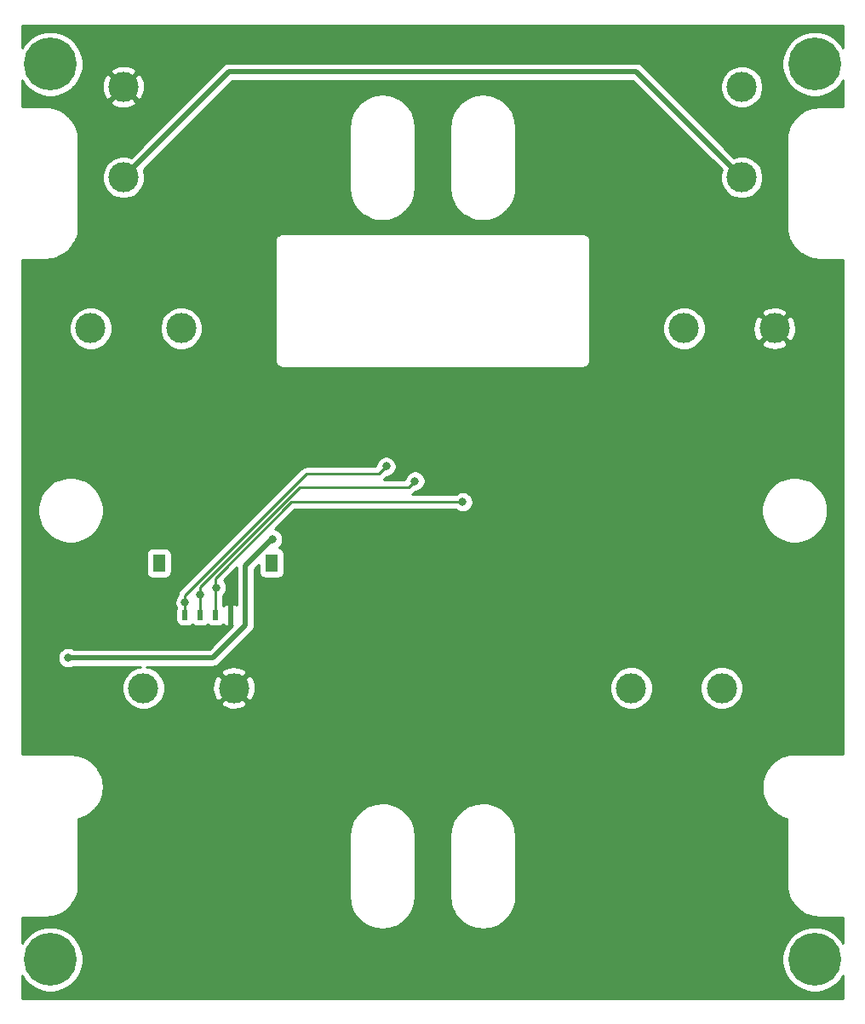
<source format=gbr>
%TF.GenerationSoftware,KiCad,Pcbnew,(5.1.10)-1*%
%TF.CreationDate,2022-06-07T20:30:13-07:00*%
%TF.ProjectId,solar-panel-WithCutout,736f6c61-722d-4706-916e-656c2d576974,1.1*%
%TF.SameCoordinates,Original*%
%TF.FileFunction,Copper,L2,Bot*%
%TF.FilePolarity,Positive*%
%FSLAX46Y46*%
G04 Gerber Fmt 4.6, Leading zero omitted, Abs format (unit mm)*
G04 Created by KiCad (PCBNEW (5.1.10)-1) date 2022-06-07 20:30:13*
%MOMM*%
%LPD*%
G01*
G04 APERTURE LIST*
%TA.AperFunction,ComponentPad*%
%ADD10C,5.250000*%
%TD*%
%TA.AperFunction,SMDPad,CuDef*%
%ADD11R,1.250000X1.800000*%
%TD*%
%TA.AperFunction,SMDPad,CuDef*%
%ADD12R,0.600000X1.000000*%
%TD*%
%TA.AperFunction,ComponentPad*%
%ADD13C,3.000000*%
%TD*%
%TA.AperFunction,ViaPad*%
%ADD14C,0.800000*%
%TD*%
%TA.AperFunction,Conductor*%
%ADD15C,0.250000*%
%TD*%
%TA.AperFunction,Conductor*%
%ADD16C,0.500000*%
%TD*%
%TA.AperFunction,Conductor*%
%ADD17C,0.254000*%
%TD*%
%TA.AperFunction,Conductor*%
%ADD18C,0.100000*%
%TD*%
G04 APERTURE END LIST*
D10*
%TO.P,J5,1*%
%TO.N,Net-(J5-Pad1)*%
X179500000Y-143230000D03*
%TD*%
%TO.P,J4,1*%
%TO.N,Net-(J4-Pad1)*%
X179500000Y-54230000D03*
%TD*%
%TO.P,J3,1*%
%TO.N,Net-(J3-Pad1)*%
X103500000Y-143230000D03*
%TD*%
%TO.P,J2,1*%
%TO.N,Net-(J2-Pad1)*%
X103500000Y-54230000D03*
%TD*%
D11*
%TO.P,J1,7*%
%TO.N,Net-(J1-Pad7)*%
X125500000Y-103810000D03*
%TO.P,J1,6*%
%TO.N,Net-(J1-Pad6)*%
X114290002Y-103810000D03*
D12*
%TO.P,J1,5*%
%TO.N,VSOLAR*%
X122895002Y-109000000D03*
%TO.P,J1,4*%
%TO.N,GND*%
X121395002Y-109000000D03*
%TO.P,J1,3*%
%TO.N,+3V3*%
X119895000Y-109000000D03*
%TO.P,J1,2*%
%TO.N,SCL*%
X118395001Y-109000000D03*
%TO.P,J1,1*%
%TO.N,SDA*%
X116895001Y-109000000D03*
%TD*%
D13*
%TO.P,SC6,2*%
%TO.N,GND*%
X110750000Y-56500000D03*
%TO.P,SC6,1*%
%TO.N,Net-(SC5-Pad2)*%
X110750000Y-65500000D03*
%TD*%
%TO.P,SC5,2*%
%TO.N,Net-(SC5-Pad2)*%
X172250000Y-65500000D03*
%TO.P,SC5,1*%
%TO.N,Net-(D3-Pad2)*%
X172250000Y-56500000D03*
%TD*%
%TO.P,SC4,2*%
%TO.N,GND*%
X175500000Y-80500000D03*
%TO.P,SC4,1*%
%TO.N,Net-(SC3-Pad2)*%
X166500000Y-80500000D03*
%TD*%
%TO.P,SC3,2*%
%TO.N,Net-(SC3-Pad2)*%
X170250000Y-116250000D03*
%TO.P,SC3,1*%
%TO.N,Net-(D2-Pad2)*%
X161250000Y-116250000D03*
%TD*%
%TO.P,SC2,2*%
%TO.N,GND*%
X121750000Y-116250000D03*
%TO.P,SC2,1*%
%TO.N,Net-(SC1-Pad2)*%
X112750000Y-116250000D03*
%TD*%
%TO.P,SC1,2*%
%TO.N,Net-(SC1-Pad2)*%
X116500000Y-80500000D03*
%TO.P,SC1,1*%
%TO.N,Net-(D1-Pad2)*%
X107500000Y-80500000D03*
%TD*%
D14*
%TO.N,GND*%
X142250000Y-91500000D03*
X146750000Y-114250000D03*
X143750000Y-124000000D03*
X106924999Y-119325001D03*
%TO.N,+3V3*%
X144500000Y-97750000D03*
X120000000Y-106250000D03*
%TO.N,VSOLAR*%
X125590500Y-101458500D03*
X105250000Y-113250000D03*
%TO.N,SDA*%
X136893500Y-94219500D03*
X116891000Y-107750000D03*
%TO.N,SCL*%
X139751000Y-95680000D03*
X118351500Y-106983000D03*
%TD*%
D15*
%TO.N,+3V3*%
X144500000Y-97750000D02*
X144500000Y-97750000D01*
X119895000Y-109000000D02*
X119895000Y-106605000D01*
X127477180Y-97750000D02*
X144500000Y-97750000D01*
X119895000Y-105332180D02*
X120238590Y-104988590D01*
X120238590Y-104988590D02*
X127477180Y-97750000D01*
X119895000Y-109000000D02*
X119895000Y-105332180D01*
X120000000Y-105227180D02*
X120238590Y-104988590D01*
D16*
%TO.N,VSOLAR*%
X122895002Y-104079996D02*
X125516498Y-101458500D01*
X125516498Y-101458500D02*
X125590500Y-101458500D01*
X122895002Y-109000000D02*
X122895002Y-104079996D01*
X122895002Y-110000000D02*
X119645002Y-113250000D01*
X122895002Y-109000000D02*
X122895002Y-110000000D01*
X119645002Y-113250000D02*
X107250000Y-113250000D01*
X107250000Y-113250000D02*
X105250000Y-113250000D01*
X105250000Y-113250000D02*
X105250000Y-113250000D01*
D15*
%TO.N,SDA*%
X116895001Y-107059359D02*
X116895001Y-109000000D01*
X128972860Y-94981500D02*
X116895001Y-107059359D01*
X136131500Y-94981500D02*
X136893500Y-94219500D01*
X128972860Y-94981500D02*
X136131500Y-94981500D01*
%TO.N,SCL*%
X118395001Y-106195769D02*
X118395001Y-109000000D01*
X128275770Y-96315000D02*
X118395001Y-106195769D01*
X139116000Y-96315000D02*
X139751000Y-95680000D01*
X128275770Y-96315000D02*
X139116000Y-96315000D01*
D16*
%TO.N,Net-(SC5-Pad2)*%
X110750000Y-65500000D02*
X121250000Y-55000000D01*
X161750000Y-55000000D02*
X172250000Y-65500000D01*
X121250000Y-55000000D02*
X161750000Y-55000000D01*
%TD*%
D17*
%TO.N,GND*%
X182340001Y-52612516D02*
X182032208Y-52151871D01*
X181578129Y-51697792D01*
X181044189Y-51341025D01*
X180450907Y-51095280D01*
X179821082Y-50970000D01*
X179178918Y-50970000D01*
X178549093Y-51095280D01*
X177955811Y-51341025D01*
X177421871Y-51697792D01*
X176967792Y-52151871D01*
X176611025Y-52685811D01*
X176365280Y-53279093D01*
X176240000Y-53908918D01*
X176240000Y-54551082D01*
X176365280Y-55180907D01*
X176611025Y-55774189D01*
X176967792Y-56308129D01*
X177421871Y-56762208D01*
X177955811Y-57118975D01*
X178549093Y-57364720D01*
X179178918Y-57490000D01*
X179821082Y-57490000D01*
X180450907Y-57364720D01*
X181044189Y-57118975D01*
X181578129Y-56762208D01*
X182032208Y-56308129D01*
X182340000Y-55847485D01*
X182340000Y-58440000D01*
X179967581Y-58440000D01*
X179938175Y-58442896D01*
X179921682Y-58442781D01*
X179912511Y-58443681D01*
X179398155Y-58497742D01*
X179339624Y-58509757D01*
X179280799Y-58520978D01*
X179271977Y-58523642D01*
X178777917Y-58676579D01*
X178722762Y-58699764D01*
X178667309Y-58722168D01*
X178659177Y-58726493D01*
X178659172Y-58726495D01*
X178659168Y-58726498D01*
X178204228Y-58972481D01*
X178154627Y-59005937D01*
X178104580Y-59038687D01*
X178097439Y-59044512D01*
X177698938Y-59374180D01*
X177656781Y-59416632D01*
X177614048Y-59458479D01*
X177608174Y-59465580D01*
X177281296Y-59866373D01*
X177248203Y-59916181D01*
X177214396Y-59965555D01*
X177210013Y-59973661D01*
X176967207Y-60430313D01*
X176944408Y-60485628D01*
X176920847Y-60540600D01*
X176918122Y-60549403D01*
X176768638Y-61044518D01*
X176757015Y-61103221D01*
X176744582Y-61161710D01*
X176743619Y-61170874D01*
X176693150Y-61685595D01*
X176693150Y-61685608D01*
X176690001Y-61717581D01*
X176690000Y-70382418D01*
X176692896Y-70411824D01*
X176692781Y-70428318D01*
X176693681Y-70437489D01*
X176747742Y-70951845D01*
X176759762Y-71010401D01*
X176770978Y-71069201D01*
X176773642Y-71078023D01*
X176926579Y-71572084D01*
X176949770Y-71627252D01*
X176972168Y-71682691D01*
X176976494Y-71690827D01*
X177222481Y-72145772D01*
X177255937Y-72195373D01*
X177288687Y-72245420D01*
X177294511Y-72252561D01*
X177624180Y-72651062D01*
X177666635Y-72693221D01*
X177708479Y-72735951D01*
X177715580Y-72741825D01*
X178116372Y-73068704D01*
X178166183Y-73101798D01*
X178215555Y-73135604D01*
X178223661Y-73139987D01*
X178680313Y-73382792D01*
X178735607Y-73405583D01*
X178790600Y-73429153D01*
X178799403Y-73431878D01*
X179294518Y-73581362D01*
X179353206Y-73592982D01*
X179411709Y-73605418D01*
X179420874Y-73606381D01*
X179935595Y-73656850D01*
X179935598Y-73656850D01*
X179967581Y-73660000D01*
X182340001Y-73660000D01*
X182340000Y-122775004D01*
X177467581Y-122775004D01*
X177410591Y-122780617D01*
X177051799Y-122807983D01*
X176999876Y-122817103D01*
X176947659Y-122824370D01*
X176938715Y-122826588D01*
X176442463Y-122953295D01*
X176386219Y-122973681D01*
X176329705Y-122993276D01*
X176321362Y-122997188D01*
X175859173Y-123217873D01*
X175807992Y-123248776D01*
X175756329Y-123278993D01*
X175748905Y-123284452D01*
X175338383Y-123590706D01*
X175294185Y-123630956D01*
X175249370Y-123670637D01*
X175243147Y-123677434D01*
X174899928Y-124057592D01*
X174864378Y-124105677D01*
X174828135Y-124153292D01*
X174823351Y-124161168D01*
X174560509Y-124600751D01*
X174534974Y-124654828D01*
X174508672Y-124708572D01*
X174505509Y-124717228D01*
X174333054Y-125199492D01*
X174318504Y-125257518D01*
X174303146Y-125315330D01*
X174301725Y-125324435D01*
X174226228Y-125831012D01*
X174223229Y-125890694D01*
X174219389Y-125950450D01*
X174219763Y-125959658D01*
X174244097Y-126471250D01*
X174252756Y-126530436D01*
X174260589Y-126589746D01*
X174262744Y-126598705D01*
X174385985Y-127095828D01*
X174405975Y-127152205D01*
X174425177Y-127208860D01*
X174429031Y-127217230D01*
X174646482Y-127680948D01*
X174677043Y-127732371D01*
X174706883Y-127784217D01*
X174712290Y-127791679D01*
X175015670Y-128204329D01*
X175055634Y-128248832D01*
X175094979Y-128293898D01*
X175101732Y-128300168D01*
X175479485Y-128646033D01*
X175527319Y-128681917D01*
X175574681Y-128718492D01*
X175582524Y-128723331D01*
X176020262Y-128989236D01*
X176074139Y-129015138D01*
X176127719Y-129041825D01*
X176136352Y-129045048D01*
X176617401Y-129220866D01*
X176675342Y-129235825D01*
X176690000Y-129239829D01*
X176690001Y-135762423D01*
X176692896Y-135791820D01*
X176692781Y-135808322D01*
X176693681Y-135817493D01*
X176747742Y-136331849D01*
X176759762Y-136390405D01*
X176770978Y-136449205D01*
X176773642Y-136458027D01*
X176926579Y-136952088D01*
X176949770Y-137007256D01*
X176972168Y-137062695D01*
X176976494Y-137070831D01*
X177222481Y-137525776D01*
X177255937Y-137575377D01*
X177288687Y-137625424D01*
X177294511Y-137632565D01*
X177624180Y-138031066D01*
X177666635Y-138073225D01*
X177708479Y-138115955D01*
X177715580Y-138121829D01*
X178116372Y-138448708D01*
X178166183Y-138481802D01*
X178215555Y-138515608D01*
X178223661Y-138519991D01*
X178680313Y-138762796D01*
X178735607Y-138785587D01*
X178790600Y-138809157D01*
X178799403Y-138811882D01*
X179294518Y-138961366D01*
X179353206Y-138972986D01*
X179411709Y-138985422D01*
X179420874Y-138986385D01*
X179935595Y-139036854D01*
X179935598Y-139036854D01*
X179967581Y-139040004D01*
X182340001Y-139040004D01*
X182340001Y-141612516D01*
X182032208Y-141151871D01*
X181578129Y-140697792D01*
X181044189Y-140341025D01*
X180450907Y-140095280D01*
X179821082Y-139970000D01*
X179178918Y-139970000D01*
X178549093Y-140095280D01*
X177955811Y-140341025D01*
X177421871Y-140697792D01*
X176967792Y-141151871D01*
X176611025Y-141685811D01*
X176365280Y-142279093D01*
X176240000Y-142908918D01*
X176240000Y-143551082D01*
X176365280Y-144180907D01*
X176611025Y-144774189D01*
X176967792Y-145308129D01*
X177421871Y-145762208D01*
X177955811Y-146118975D01*
X178549093Y-146364720D01*
X179178918Y-146490000D01*
X179821082Y-146490000D01*
X180450907Y-146364720D01*
X181044189Y-146118975D01*
X181578129Y-145762208D01*
X182032208Y-145308129D01*
X182340000Y-144847485D01*
X182340000Y-147090000D01*
X100660000Y-147090000D01*
X100660000Y-144847485D01*
X100967792Y-145308129D01*
X101421871Y-145762208D01*
X101955811Y-146118975D01*
X102549093Y-146364720D01*
X103178918Y-146490000D01*
X103821082Y-146490000D01*
X104450907Y-146364720D01*
X105044189Y-146118975D01*
X105578129Y-145762208D01*
X106032208Y-145308129D01*
X106388975Y-144774189D01*
X106634720Y-144180907D01*
X106760000Y-143551082D01*
X106760000Y-142908918D01*
X106634720Y-142279093D01*
X106388975Y-141685811D01*
X106032208Y-141151871D01*
X105578129Y-140697792D01*
X105044189Y-140341025D01*
X104450907Y-140095280D01*
X103821082Y-139970000D01*
X103178918Y-139970000D01*
X102549093Y-140095280D01*
X101955811Y-140341025D01*
X101421871Y-140697792D01*
X100967792Y-141151871D01*
X100660000Y-141612515D01*
X100660000Y-139060000D01*
X103032419Y-139060000D01*
X103061825Y-139057104D01*
X103078318Y-139057219D01*
X103087489Y-139056319D01*
X103601845Y-139002258D01*
X103660401Y-138990238D01*
X103719201Y-138979022D01*
X103728023Y-138976358D01*
X104222084Y-138823421D01*
X104277252Y-138800230D01*
X104332691Y-138777832D01*
X104340827Y-138773506D01*
X104795772Y-138527519D01*
X104845373Y-138494063D01*
X104895420Y-138461313D01*
X104902561Y-138455489D01*
X105301062Y-138125820D01*
X105343221Y-138083365D01*
X105385951Y-138041521D01*
X105391825Y-138034420D01*
X105718704Y-137633628D01*
X105751798Y-137583817D01*
X105785604Y-137534445D01*
X105789987Y-137526339D01*
X106032792Y-137069687D01*
X106055583Y-137014393D01*
X106079153Y-136959400D01*
X106081878Y-136950597D01*
X106231362Y-136455482D01*
X106242982Y-136396794D01*
X106255418Y-136338291D01*
X106256381Y-136329126D01*
X106306850Y-135814405D01*
X106306850Y-135814402D01*
X106310000Y-135782419D01*
X106310000Y-130897582D01*
X133190000Y-130897582D01*
X133190001Y-136962419D01*
X133190226Y-136964702D01*
X133190274Y-136971602D01*
X133193408Y-137001421D01*
X133193408Y-137031405D01*
X133194371Y-137040570D01*
X133252022Y-137554536D01*
X133264458Y-137613039D01*
X133276078Y-137671727D01*
X133278803Y-137680530D01*
X133435185Y-138173509D01*
X133458736Y-138228456D01*
X133481545Y-138283797D01*
X133485929Y-138291903D01*
X133735087Y-138745120D01*
X133768856Y-138794439D01*
X133801985Y-138844303D01*
X133807860Y-138851403D01*
X134140302Y-139247593D01*
X134183052Y-139289456D01*
X134225192Y-139331892D01*
X134232334Y-139337716D01*
X134635399Y-139661789D01*
X134685452Y-139694542D01*
X134735045Y-139727994D01*
X134743182Y-139732320D01*
X135201518Y-139971931D01*
X135256950Y-139994327D01*
X135312126Y-140017521D01*
X135320948Y-140020184D01*
X135817094Y-140166208D01*
X135875828Y-140177412D01*
X135934451Y-140189446D01*
X135943623Y-140190345D01*
X136458683Y-140237219D01*
X136518501Y-140236801D01*
X136578318Y-140237219D01*
X136587489Y-140236319D01*
X136587491Y-140236319D01*
X137101845Y-140182258D01*
X137160401Y-140170238D01*
X137219201Y-140159022D01*
X137228023Y-140156358D01*
X137722084Y-140003421D01*
X137777252Y-139980230D01*
X137832691Y-139957832D01*
X137840827Y-139953506D01*
X138295772Y-139707519D01*
X138345373Y-139674063D01*
X138395420Y-139641313D01*
X138402561Y-139635489D01*
X138801062Y-139305820D01*
X138843221Y-139263365D01*
X138885951Y-139221521D01*
X138891825Y-139214420D01*
X139218704Y-138813628D01*
X139251798Y-138763817D01*
X139285604Y-138714445D01*
X139289987Y-138706339D01*
X139532792Y-138249687D01*
X139555583Y-138194393D01*
X139579153Y-138139400D01*
X139581878Y-138130597D01*
X139731362Y-137635482D01*
X139742982Y-137576794D01*
X139755418Y-137518291D01*
X139756381Y-137509126D01*
X139806850Y-136994405D01*
X139806850Y-136994402D01*
X139810000Y-136962419D01*
X139810000Y-130897582D01*
X143190000Y-130897582D01*
X143190001Y-136962419D01*
X143190226Y-136964702D01*
X143190274Y-136971602D01*
X143193408Y-137001421D01*
X143193408Y-137031405D01*
X143194371Y-137040570D01*
X143252022Y-137554536D01*
X143264458Y-137613039D01*
X143276078Y-137671727D01*
X143278803Y-137680530D01*
X143435185Y-138173509D01*
X143458736Y-138228456D01*
X143481545Y-138283797D01*
X143485929Y-138291903D01*
X143735087Y-138745120D01*
X143768856Y-138794439D01*
X143801985Y-138844303D01*
X143807860Y-138851403D01*
X144140302Y-139247593D01*
X144183052Y-139289456D01*
X144225192Y-139331892D01*
X144232334Y-139337716D01*
X144635399Y-139661789D01*
X144685452Y-139694542D01*
X144735045Y-139727994D01*
X144743182Y-139732320D01*
X145201518Y-139971931D01*
X145256950Y-139994327D01*
X145312126Y-140017521D01*
X145320948Y-140020184D01*
X145817094Y-140166208D01*
X145875828Y-140177412D01*
X145934451Y-140189446D01*
X145943623Y-140190345D01*
X146458683Y-140237219D01*
X146518501Y-140236801D01*
X146578318Y-140237219D01*
X146587489Y-140236319D01*
X146587491Y-140236319D01*
X147101845Y-140182258D01*
X147160401Y-140170238D01*
X147219201Y-140159022D01*
X147228023Y-140156358D01*
X147722084Y-140003421D01*
X147777252Y-139980230D01*
X147832691Y-139957832D01*
X147840827Y-139953506D01*
X148295772Y-139707519D01*
X148345373Y-139674063D01*
X148395420Y-139641313D01*
X148402561Y-139635489D01*
X148801062Y-139305820D01*
X148843221Y-139263365D01*
X148885951Y-139221521D01*
X148891825Y-139214420D01*
X149218704Y-138813628D01*
X149251798Y-138763817D01*
X149285604Y-138714445D01*
X149289987Y-138706339D01*
X149532792Y-138249687D01*
X149555583Y-138194393D01*
X149579153Y-138139400D01*
X149581878Y-138130597D01*
X149731362Y-137635482D01*
X149742982Y-137576794D01*
X149755418Y-137518291D01*
X149756381Y-137509126D01*
X149806850Y-136994405D01*
X149806850Y-136994402D01*
X149810000Y-136962419D01*
X149810000Y-130897581D01*
X149809774Y-130895287D01*
X149809726Y-130888398D01*
X149806592Y-130858579D01*
X149806592Y-130828594D01*
X149805629Y-130819430D01*
X149747978Y-130305464D01*
X149735542Y-130246961D01*
X149723922Y-130188273D01*
X149721197Y-130179470D01*
X149564815Y-129686490D01*
X149541259Y-129631530D01*
X149518455Y-129576203D01*
X149514072Y-129568097D01*
X149264913Y-129114880D01*
X149231126Y-129065535D01*
X149198014Y-129015697D01*
X149192140Y-129008597D01*
X148859697Y-128612407D01*
X148816967Y-128570563D01*
X148774808Y-128528108D01*
X148767666Y-128522284D01*
X148364601Y-128198212D01*
X148314582Y-128165481D01*
X148264955Y-128132006D01*
X148256818Y-128127680D01*
X147798482Y-127888068D01*
X147743017Y-127865659D01*
X147687874Y-127842479D01*
X147679052Y-127839816D01*
X147182905Y-127693792D01*
X147124186Y-127682591D01*
X147065549Y-127670554D01*
X147056378Y-127669655D01*
X146541317Y-127622781D01*
X146481500Y-127623199D01*
X146421682Y-127622781D01*
X146412511Y-127623681D01*
X145898155Y-127677742D01*
X145839624Y-127689757D01*
X145780799Y-127700978D01*
X145771977Y-127703642D01*
X145277917Y-127856579D01*
X145222762Y-127879764D01*
X145167309Y-127902168D01*
X145159177Y-127906493D01*
X145159172Y-127906495D01*
X145159168Y-127906498D01*
X144704228Y-128152481D01*
X144654627Y-128185937D01*
X144604580Y-128218687D01*
X144597439Y-128224512D01*
X144198938Y-128554180D01*
X144156781Y-128596632D01*
X144114048Y-128638479D01*
X144108174Y-128645580D01*
X143781296Y-129046373D01*
X143748203Y-129096181D01*
X143714396Y-129145555D01*
X143710013Y-129153661D01*
X143467207Y-129610313D01*
X143444408Y-129665628D01*
X143420847Y-129720600D01*
X143418122Y-129729403D01*
X143268638Y-130224518D01*
X143257015Y-130283221D01*
X143244582Y-130341710D01*
X143243619Y-130350874D01*
X143193150Y-130865595D01*
X143190000Y-130897582D01*
X139810000Y-130897582D01*
X139810000Y-130897581D01*
X139809774Y-130895287D01*
X139809726Y-130888398D01*
X139806592Y-130858579D01*
X139806592Y-130828594D01*
X139805629Y-130819430D01*
X139747978Y-130305464D01*
X139735542Y-130246961D01*
X139723922Y-130188273D01*
X139721197Y-130179470D01*
X139564815Y-129686490D01*
X139541259Y-129631530D01*
X139518455Y-129576203D01*
X139514072Y-129568097D01*
X139264913Y-129114880D01*
X139231126Y-129065535D01*
X139198014Y-129015697D01*
X139192140Y-129008597D01*
X138859697Y-128612407D01*
X138816967Y-128570563D01*
X138774808Y-128528108D01*
X138767666Y-128522284D01*
X138364601Y-128198212D01*
X138314582Y-128165481D01*
X138264955Y-128132006D01*
X138256818Y-128127680D01*
X137798482Y-127888068D01*
X137743017Y-127865659D01*
X137687874Y-127842479D01*
X137679052Y-127839816D01*
X137182905Y-127693792D01*
X137124186Y-127682591D01*
X137065549Y-127670554D01*
X137056378Y-127669655D01*
X136541317Y-127622781D01*
X136481500Y-127623199D01*
X136421682Y-127622781D01*
X136412511Y-127623681D01*
X135898155Y-127677742D01*
X135839624Y-127689757D01*
X135780799Y-127700978D01*
X135771977Y-127703642D01*
X135277917Y-127856579D01*
X135222762Y-127879764D01*
X135167309Y-127902168D01*
X135159177Y-127906493D01*
X135159172Y-127906495D01*
X135159168Y-127906498D01*
X134704228Y-128152481D01*
X134654627Y-128185937D01*
X134604580Y-128218687D01*
X134597439Y-128224512D01*
X134198938Y-128554180D01*
X134156781Y-128596632D01*
X134114048Y-128638479D01*
X134108174Y-128645580D01*
X133781296Y-129046373D01*
X133748203Y-129096181D01*
X133714396Y-129145555D01*
X133710013Y-129153661D01*
X133467207Y-129610313D01*
X133444408Y-129665628D01*
X133420847Y-129720600D01*
X133418122Y-129729403D01*
X133268638Y-130224518D01*
X133257015Y-130283221D01*
X133244582Y-130341710D01*
X133243619Y-130350874D01*
X133193150Y-130865595D01*
X133190000Y-130897582D01*
X106310000Y-130897582D01*
X106310000Y-129255487D01*
X106733380Y-129121183D01*
X106788327Y-129097632D01*
X106843668Y-129074823D01*
X106851774Y-129070440D01*
X107300593Y-128823700D01*
X107349971Y-128789890D01*
X107399775Y-128756801D01*
X107406876Y-128750927D01*
X107799221Y-128421710D01*
X107841066Y-128378979D01*
X107883521Y-128336820D01*
X107889345Y-128329679D01*
X108210274Y-127930524D01*
X108243034Y-127880461D01*
X108276479Y-127830877D01*
X108280805Y-127822740D01*
X108518092Y-127368853D01*
X108540494Y-127313407D01*
X108563682Y-127258244D01*
X108566345Y-127249422D01*
X108710952Y-126758089D01*
X108722153Y-126699370D01*
X108734190Y-126640733D01*
X108735089Y-126631562D01*
X108781509Y-126121498D01*
X108781091Y-126061680D01*
X108781509Y-126001863D01*
X108780610Y-125992692D01*
X108727074Y-125483326D01*
X108715047Y-125424739D01*
X108703837Y-125365969D01*
X108701173Y-125357147D01*
X108549720Y-124867881D01*
X108526545Y-124812751D01*
X108504131Y-124757272D01*
X108499804Y-124749136D01*
X108256203Y-124298605D01*
X108222758Y-124249021D01*
X108189998Y-124198958D01*
X108184174Y-124191817D01*
X107857704Y-123797183D01*
X107815287Y-123755061D01*
X107773405Y-123712292D01*
X107766304Y-123706418D01*
X107369399Y-123382711D01*
X107319557Y-123349596D01*
X107270218Y-123315813D01*
X107262112Y-123311430D01*
X106809893Y-123070979D01*
X106754601Y-123048190D01*
X106699605Y-123024618D01*
X106690801Y-123021893D01*
X106200489Y-122873859D01*
X106141818Y-122862242D01*
X106083297Y-122849803D01*
X106074132Y-122848840D01*
X105632706Y-122805558D01*
X105629383Y-122804550D01*
X105532419Y-122795000D01*
X100660000Y-122795000D01*
X100660000Y-113148061D01*
X104215000Y-113148061D01*
X104215000Y-113351939D01*
X104254774Y-113551898D01*
X104332795Y-113740256D01*
X104446063Y-113909774D01*
X104590226Y-114053937D01*
X104759744Y-114167205D01*
X104948102Y-114245226D01*
X105148061Y-114285000D01*
X105351939Y-114285000D01*
X105551898Y-114245226D01*
X105740256Y-114167205D01*
X105788454Y-114135000D01*
X112439174Y-114135000D01*
X112127244Y-114197047D01*
X111738698Y-114357988D01*
X111389017Y-114591637D01*
X111091637Y-114889017D01*
X110857988Y-115238698D01*
X110697047Y-115627244D01*
X110615000Y-116039721D01*
X110615000Y-116460279D01*
X110697047Y-116872756D01*
X110857988Y-117261302D01*
X111091637Y-117610983D01*
X111389017Y-117908363D01*
X111738698Y-118142012D01*
X112127244Y-118302953D01*
X112539721Y-118385000D01*
X112960279Y-118385000D01*
X113372756Y-118302953D01*
X113761302Y-118142012D01*
X114110983Y-117908363D01*
X114277693Y-117741653D01*
X120437952Y-117741653D01*
X120593962Y-118057214D01*
X120968745Y-118248020D01*
X121373551Y-118362044D01*
X121792824Y-118394902D01*
X122210451Y-118345334D01*
X122610383Y-118215243D01*
X122906038Y-118057214D01*
X123062048Y-117741653D01*
X121750000Y-116429605D01*
X120437952Y-117741653D01*
X114277693Y-117741653D01*
X114408363Y-117610983D01*
X114642012Y-117261302D01*
X114802953Y-116872756D01*
X114885000Y-116460279D01*
X114885000Y-116292824D01*
X119605098Y-116292824D01*
X119654666Y-116710451D01*
X119784757Y-117110383D01*
X119942786Y-117406038D01*
X120258347Y-117562048D01*
X121570395Y-116250000D01*
X121929605Y-116250000D01*
X123241653Y-117562048D01*
X123557214Y-117406038D01*
X123748020Y-117031255D01*
X123862044Y-116626449D01*
X123894902Y-116207176D01*
X123875027Y-116039721D01*
X159115000Y-116039721D01*
X159115000Y-116460279D01*
X159197047Y-116872756D01*
X159357988Y-117261302D01*
X159591637Y-117610983D01*
X159889017Y-117908363D01*
X160238698Y-118142012D01*
X160627244Y-118302953D01*
X161039721Y-118385000D01*
X161460279Y-118385000D01*
X161872756Y-118302953D01*
X162261302Y-118142012D01*
X162610983Y-117908363D01*
X162908363Y-117610983D01*
X163142012Y-117261302D01*
X163302953Y-116872756D01*
X163385000Y-116460279D01*
X163385000Y-116039721D01*
X168115000Y-116039721D01*
X168115000Y-116460279D01*
X168197047Y-116872756D01*
X168357988Y-117261302D01*
X168591637Y-117610983D01*
X168889017Y-117908363D01*
X169238698Y-118142012D01*
X169627244Y-118302953D01*
X170039721Y-118385000D01*
X170460279Y-118385000D01*
X170872756Y-118302953D01*
X171261302Y-118142012D01*
X171610983Y-117908363D01*
X171908363Y-117610983D01*
X172142012Y-117261302D01*
X172302953Y-116872756D01*
X172385000Y-116460279D01*
X172385000Y-116039721D01*
X172302953Y-115627244D01*
X172142012Y-115238698D01*
X171908363Y-114889017D01*
X171610983Y-114591637D01*
X171261302Y-114357988D01*
X170872756Y-114197047D01*
X170460279Y-114115000D01*
X170039721Y-114115000D01*
X169627244Y-114197047D01*
X169238698Y-114357988D01*
X168889017Y-114591637D01*
X168591637Y-114889017D01*
X168357988Y-115238698D01*
X168197047Y-115627244D01*
X168115000Y-116039721D01*
X163385000Y-116039721D01*
X163302953Y-115627244D01*
X163142012Y-115238698D01*
X162908363Y-114889017D01*
X162610983Y-114591637D01*
X162261302Y-114357988D01*
X161872756Y-114197047D01*
X161460279Y-114115000D01*
X161039721Y-114115000D01*
X160627244Y-114197047D01*
X160238698Y-114357988D01*
X159889017Y-114591637D01*
X159591637Y-114889017D01*
X159357988Y-115238698D01*
X159197047Y-115627244D01*
X159115000Y-116039721D01*
X123875027Y-116039721D01*
X123845334Y-115789549D01*
X123715243Y-115389617D01*
X123557214Y-115093962D01*
X123241653Y-114937952D01*
X121929605Y-116250000D01*
X121570395Y-116250000D01*
X120258347Y-114937952D01*
X119942786Y-115093962D01*
X119751980Y-115468745D01*
X119637956Y-115873551D01*
X119605098Y-116292824D01*
X114885000Y-116292824D01*
X114885000Y-116039721D01*
X114802953Y-115627244D01*
X114642012Y-115238698D01*
X114408363Y-114889017D01*
X114277693Y-114758347D01*
X120437952Y-114758347D01*
X121750000Y-116070395D01*
X123062048Y-114758347D01*
X122906038Y-114442786D01*
X122531255Y-114251980D01*
X122126449Y-114137956D01*
X121707176Y-114105098D01*
X121289549Y-114154666D01*
X120889617Y-114284757D01*
X120593962Y-114442786D01*
X120437952Y-114758347D01*
X114277693Y-114758347D01*
X114110983Y-114591637D01*
X113761302Y-114357988D01*
X113372756Y-114197047D01*
X113060826Y-114135000D01*
X119601533Y-114135000D01*
X119645002Y-114139281D01*
X119688471Y-114135000D01*
X119688479Y-114135000D01*
X119818492Y-114122195D01*
X119985315Y-114071589D01*
X120139061Y-113989411D01*
X120273819Y-113878817D01*
X120301536Y-113845044D01*
X123490051Y-110656530D01*
X123523819Y-110628817D01*
X123634413Y-110494059D01*
X123716591Y-110340313D01*
X123767197Y-110173490D01*
X123780002Y-110043477D01*
X123780002Y-110043467D01*
X123784283Y-110000001D01*
X123780002Y-109956534D01*
X123780002Y-109752603D01*
X123784504Y-109744180D01*
X123820814Y-109624482D01*
X123833074Y-109500000D01*
X123833074Y-108500000D01*
X123820814Y-108375518D01*
X123784504Y-108255820D01*
X123780002Y-108247397D01*
X123780002Y-104446574D01*
X124236928Y-103989648D01*
X124236928Y-104710000D01*
X124249188Y-104834482D01*
X124285498Y-104954180D01*
X124344463Y-105064494D01*
X124423815Y-105161185D01*
X124520506Y-105240537D01*
X124630820Y-105299502D01*
X124750518Y-105335812D01*
X124875000Y-105348072D01*
X126125000Y-105348072D01*
X126249482Y-105335812D01*
X126369180Y-105299502D01*
X126479494Y-105240537D01*
X126576185Y-105161185D01*
X126655537Y-105064494D01*
X126714502Y-104954180D01*
X126750812Y-104834482D01*
X126763072Y-104710000D01*
X126763072Y-102910000D01*
X126750812Y-102785518D01*
X126714502Y-102665820D01*
X126655537Y-102555506D01*
X126576185Y-102458815D01*
X126479494Y-102379463D01*
X126369180Y-102320498D01*
X126249482Y-102284188D01*
X126221801Y-102281462D01*
X126250274Y-102262437D01*
X126394437Y-102118274D01*
X126507705Y-101948756D01*
X126585726Y-101760398D01*
X126625500Y-101560439D01*
X126625500Y-101356561D01*
X126585726Y-101156602D01*
X126507705Y-100968244D01*
X126394437Y-100798726D01*
X126250274Y-100654563D01*
X126080756Y-100541295D01*
X125892398Y-100463274D01*
X125847615Y-100454366D01*
X127791982Y-98510000D01*
X143796289Y-98510000D01*
X143840226Y-98553937D01*
X144009744Y-98667205D01*
X144198102Y-98745226D01*
X144398061Y-98785000D01*
X144601939Y-98785000D01*
X144801898Y-98745226D01*
X144990256Y-98667205D01*
X145159774Y-98553937D01*
X145303937Y-98409774D01*
X145406649Y-98256053D01*
X174210914Y-98256053D01*
X174210914Y-98903947D01*
X174337312Y-99539391D01*
X174585250Y-100137966D01*
X174945200Y-100676670D01*
X175403330Y-101134800D01*
X175942034Y-101494750D01*
X176540609Y-101742688D01*
X177176053Y-101869086D01*
X177823947Y-101869086D01*
X178459391Y-101742688D01*
X179057966Y-101494750D01*
X179596670Y-101134800D01*
X180054800Y-100676670D01*
X180414750Y-100137966D01*
X180662688Y-99539391D01*
X180789086Y-98903947D01*
X180789086Y-98256053D01*
X180662688Y-97620609D01*
X180414750Y-97022034D01*
X180054800Y-96483330D01*
X179596670Y-96025200D01*
X179057966Y-95665250D01*
X178459391Y-95417312D01*
X177823947Y-95290914D01*
X177176053Y-95290914D01*
X176540609Y-95417312D01*
X175942034Y-95665250D01*
X175403330Y-96025200D01*
X174945200Y-96483330D01*
X174585250Y-97022034D01*
X174337312Y-97620609D01*
X174210914Y-98256053D01*
X145406649Y-98256053D01*
X145417205Y-98240256D01*
X145495226Y-98051898D01*
X145535000Y-97851939D01*
X145535000Y-97648061D01*
X145495226Y-97448102D01*
X145417205Y-97259744D01*
X145303937Y-97090226D01*
X145159774Y-96946063D01*
X144990256Y-96832795D01*
X144801898Y-96754774D01*
X144601939Y-96715000D01*
X144398061Y-96715000D01*
X144198102Y-96754774D01*
X144009744Y-96832795D01*
X143840226Y-96946063D01*
X143796289Y-96990000D01*
X139465394Y-96990000D01*
X139540276Y-96949974D01*
X139656001Y-96855001D01*
X139679803Y-96825998D01*
X139790801Y-96715000D01*
X139852939Y-96715000D01*
X140052898Y-96675226D01*
X140241256Y-96597205D01*
X140410774Y-96483937D01*
X140554937Y-96339774D01*
X140668205Y-96170256D01*
X140746226Y-95981898D01*
X140786000Y-95781939D01*
X140786000Y-95578061D01*
X140746226Y-95378102D01*
X140668205Y-95189744D01*
X140554937Y-95020226D01*
X140410774Y-94876063D01*
X140241256Y-94762795D01*
X140052898Y-94684774D01*
X139852939Y-94645000D01*
X139649061Y-94645000D01*
X139449102Y-94684774D01*
X139260744Y-94762795D01*
X139091226Y-94876063D01*
X138947063Y-95020226D01*
X138833795Y-95189744D01*
X138755774Y-95378102D01*
X138720587Y-95555000D01*
X136630682Y-95555000D01*
X136671501Y-95521501D01*
X136695303Y-95492498D01*
X136933301Y-95254500D01*
X136995439Y-95254500D01*
X137195398Y-95214726D01*
X137383756Y-95136705D01*
X137553274Y-95023437D01*
X137697437Y-94879274D01*
X137810705Y-94709756D01*
X137888726Y-94521398D01*
X137928500Y-94321439D01*
X137928500Y-94117561D01*
X137888726Y-93917602D01*
X137810705Y-93729244D01*
X137697437Y-93559726D01*
X137553274Y-93415563D01*
X137383756Y-93302295D01*
X137195398Y-93224274D01*
X136995439Y-93184500D01*
X136791561Y-93184500D01*
X136591602Y-93224274D01*
X136403244Y-93302295D01*
X136233726Y-93415563D01*
X136089563Y-93559726D01*
X135976295Y-93729244D01*
X135898274Y-93917602D01*
X135858500Y-94117561D01*
X135858500Y-94179699D01*
X135816699Y-94221500D01*
X129010182Y-94221500D01*
X128972859Y-94217824D01*
X128935537Y-94221500D01*
X128935527Y-94221500D01*
X128823874Y-94232497D01*
X128680613Y-94275954D01*
X128548583Y-94346526D01*
X128464943Y-94415168D01*
X128432859Y-94441499D01*
X128409061Y-94470497D01*
X116384004Y-106495555D01*
X116355000Y-106519358D01*
X116299872Y-106586533D01*
X116260027Y-106635083D01*
X116196050Y-106754774D01*
X116189455Y-106767113D01*
X116145998Y-106910374D01*
X116135001Y-107022027D01*
X116135001Y-107022037D01*
X116132788Y-107044501D01*
X116087063Y-107090226D01*
X115973795Y-107259744D01*
X115895774Y-107448102D01*
X115856000Y-107648061D01*
X115856000Y-107851939D01*
X115895774Y-108051898D01*
X115973795Y-108240256D01*
X115998847Y-108277749D01*
X115969189Y-108375518D01*
X115956929Y-108500000D01*
X115956929Y-109500000D01*
X115969189Y-109624482D01*
X116005499Y-109744180D01*
X116064464Y-109854494D01*
X116143816Y-109951185D01*
X116240507Y-110030537D01*
X116350821Y-110089502D01*
X116470519Y-110125812D01*
X116595001Y-110138072D01*
X117195001Y-110138072D01*
X117319483Y-110125812D01*
X117439181Y-110089502D01*
X117549495Y-110030537D01*
X117645001Y-109952158D01*
X117740507Y-110030537D01*
X117850821Y-110089502D01*
X117970519Y-110125812D01*
X118095001Y-110138072D01*
X118695001Y-110138072D01*
X118819483Y-110125812D01*
X118939181Y-110089502D01*
X119049495Y-110030537D01*
X119145001Y-109952158D01*
X119240506Y-110030537D01*
X119350820Y-110089502D01*
X119470518Y-110125812D01*
X119595000Y-110138072D01*
X120195000Y-110138072D01*
X120319482Y-110125812D01*
X120439180Y-110089502D01*
X120549494Y-110030537D01*
X120645001Y-109952157D01*
X120740508Y-110030537D01*
X120850822Y-110089502D01*
X120970520Y-110125812D01*
X121095002Y-110138072D01*
X121109252Y-110135000D01*
X121268002Y-109976250D01*
X121268002Y-109127000D01*
X121248002Y-109127000D01*
X121248002Y-108873000D01*
X121268002Y-108873000D01*
X121268002Y-108023750D01*
X121109252Y-107865000D01*
X121095002Y-107861928D01*
X120970520Y-107874188D01*
X120850822Y-107910498D01*
X120740508Y-107969463D01*
X120655000Y-108039637D01*
X120655000Y-107057127D01*
X120659774Y-107053937D01*
X120803937Y-106909774D01*
X120917205Y-106740256D01*
X120995226Y-106551898D01*
X121035000Y-106351939D01*
X121035000Y-106148061D01*
X120995226Y-105948102D01*
X120917205Y-105759744D01*
X120803937Y-105590226D01*
X120757846Y-105544135D01*
X122010003Y-104291978D01*
X122010002Y-107948353D01*
X121939182Y-107910498D01*
X121819484Y-107874188D01*
X121695002Y-107861928D01*
X121680752Y-107865000D01*
X121522002Y-108023750D01*
X121522002Y-108873000D01*
X121542002Y-108873000D01*
X121542002Y-109127000D01*
X121522002Y-109127000D01*
X121522002Y-109976250D01*
X121594588Y-110048836D01*
X119278424Y-112365000D01*
X105788454Y-112365000D01*
X105740256Y-112332795D01*
X105551898Y-112254774D01*
X105351939Y-112215000D01*
X105148061Y-112215000D01*
X104948102Y-112254774D01*
X104759744Y-112332795D01*
X104590226Y-112446063D01*
X104446063Y-112590226D01*
X104332795Y-112759744D01*
X104254774Y-112948102D01*
X104215000Y-113148061D01*
X100660000Y-113148061D01*
X100660000Y-102910000D01*
X113026930Y-102910000D01*
X113026930Y-104710000D01*
X113039190Y-104834482D01*
X113075500Y-104954180D01*
X113134465Y-105064494D01*
X113213817Y-105161185D01*
X113310508Y-105240537D01*
X113420822Y-105299502D01*
X113540520Y-105335812D01*
X113665002Y-105348072D01*
X114915002Y-105348072D01*
X115039484Y-105335812D01*
X115159182Y-105299502D01*
X115269496Y-105240537D01*
X115366187Y-105161185D01*
X115445539Y-105064494D01*
X115504504Y-104954180D01*
X115540814Y-104834482D01*
X115553074Y-104710000D01*
X115553074Y-102910000D01*
X115540814Y-102785518D01*
X115504504Y-102665820D01*
X115445539Y-102555506D01*
X115366187Y-102458815D01*
X115269496Y-102379463D01*
X115159182Y-102320498D01*
X115039484Y-102284188D01*
X114915002Y-102271928D01*
X113665002Y-102271928D01*
X113540520Y-102284188D01*
X113420822Y-102320498D01*
X113310508Y-102379463D01*
X113213817Y-102458815D01*
X113134465Y-102555506D01*
X113075500Y-102665820D01*
X113039190Y-102785518D01*
X113026930Y-102910000D01*
X100660000Y-102910000D01*
X100660000Y-98256053D01*
X102210914Y-98256053D01*
X102210914Y-98903947D01*
X102337312Y-99539391D01*
X102585250Y-100137966D01*
X102945200Y-100676670D01*
X103403330Y-101134800D01*
X103942034Y-101494750D01*
X104540609Y-101742688D01*
X105176053Y-101869086D01*
X105823947Y-101869086D01*
X106459391Y-101742688D01*
X107057966Y-101494750D01*
X107596670Y-101134800D01*
X108054800Y-100676670D01*
X108414750Y-100137966D01*
X108662688Y-99539391D01*
X108789086Y-98903947D01*
X108789086Y-98256053D01*
X108662688Y-97620609D01*
X108414750Y-97022034D01*
X108054800Y-96483330D01*
X107596670Y-96025200D01*
X107057966Y-95665250D01*
X106459391Y-95417312D01*
X105823947Y-95290914D01*
X105176053Y-95290914D01*
X104540609Y-95417312D01*
X103942034Y-95665250D01*
X103403330Y-96025200D01*
X102945200Y-96483330D01*
X102585250Y-97022034D01*
X102337312Y-97620609D01*
X102210914Y-98256053D01*
X100660000Y-98256053D01*
X100660000Y-80289721D01*
X105365000Y-80289721D01*
X105365000Y-80710279D01*
X105447047Y-81122756D01*
X105607988Y-81511302D01*
X105841637Y-81860983D01*
X106139017Y-82158363D01*
X106488698Y-82392012D01*
X106877244Y-82552953D01*
X107289721Y-82635000D01*
X107710279Y-82635000D01*
X108122756Y-82552953D01*
X108511302Y-82392012D01*
X108860983Y-82158363D01*
X109158363Y-81860983D01*
X109392012Y-81511302D01*
X109552953Y-81122756D01*
X109635000Y-80710279D01*
X109635000Y-80289721D01*
X114365000Y-80289721D01*
X114365000Y-80710279D01*
X114447047Y-81122756D01*
X114607988Y-81511302D01*
X114841637Y-81860983D01*
X115139017Y-82158363D01*
X115488698Y-82392012D01*
X115877244Y-82552953D01*
X116289721Y-82635000D01*
X116710279Y-82635000D01*
X117122756Y-82552953D01*
X117511302Y-82392012D01*
X117860983Y-82158363D01*
X118158363Y-81860983D01*
X118392012Y-81511302D01*
X118552953Y-81122756D01*
X118635000Y-80710279D01*
X118635000Y-80289721D01*
X118552953Y-79877244D01*
X118392012Y-79488698D01*
X118158363Y-79139017D01*
X117860983Y-78841637D01*
X117511302Y-78607988D01*
X117122756Y-78447047D01*
X116710279Y-78365000D01*
X116289721Y-78365000D01*
X115877244Y-78447047D01*
X115488698Y-78607988D01*
X115139017Y-78841637D01*
X114841637Y-79139017D01*
X114607988Y-79488698D01*
X114447047Y-79877244D01*
X114365000Y-80289721D01*
X109635000Y-80289721D01*
X109552953Y-79877244D01*
X109392012Y-79488698D01*
X109158363Y-79139017D01*
X108860983Y-78841637D01*
X108511302Y-78607988D01*
X108122756Y-78447047D01*
X107710279Y-78365000D01*
X107289721Y-78365000D01*
X106877244Y-78447047D01*
X106488698Y-78607988D01*
X106139017Y-78841637D01*
X105841637Y-79139017D01*
X105607988Y-79488698D01*
X105447047Y-79877244D01*
X105365000Y-80289721D01*
X100660000Y-80289721D01*
X100660000Y-73660000D01*
X103032419Y-73660000D01*
X103061825Y-73657104D01*
X103078318Y-73657219D01*
X103087489Y-73656319D01*
X103601845Y-73602258D01*
X103660401Y-73590238D01*
X103719201Y-73579022D01*
X103728023Y-73576358D01*
X104222084Y-73423421D01*
X104277252Y-73400230D01*
X104332691Y-73377832D01*
X104340827Y-73373506D01*
X104795772Y-73127519D01*
X104845373Y-73094063D01*
X104895420Y-73061313D01*
X104902561Y-73055489D01*
X105301062Y-72725820D01*
X105343221Y-72683365D01*
X105385951Y-72641521D01*
X105391825Y-72634420D01*
X105718704Y-72233628D01*
X105751798Y-72183817D01*
X105785604Y-72134445D01*
X105789987Y-72126339D01*
X105990089Y-71750000D01*
X125836807Y-71750000D01*
X125840001Y-71782429D01*
X125840000Y-83717581D01*
X125836807Y-83750000D01*
X125849550Y-83879383D01*
X125887290Y-84003793D01*
X125948575Y-84118450D01*
X126031052Y-84218948D01*
X126131550Y-84301425D01*
X126246207Y-84362710D01*
X126370617Y-84400450D01*
X126500000Y-84413193D01*
X126532419Y-84410000D01*
X156467581Y-84410000D01*
X156500000Y-84413193D01*
X156532419Y-84410000D01*
X156629383Y-84400450D01*
X156753793Y-84362710D01*
X156868450Y-84301425D01*
X156968948Y-84218948D01*
X157051425Y-84118450D01*
X157112710Y-84003793D01*
X157150450Y-83879383D01*
X157163193Y-83750000D01*
X157160000Y-83717581D01*
X157160000Y-80289721D01*
X164365000Y-80289721D01*
X164365000Y-80710279D01*
X164447047Y-81122756D01*
X164607988Y-81511302D01*
X164841637Y-81860983D01*
X165139017Y-82158363D01*
X165488698Y-82392012D01*
X165877244Y-82552953D01*
X166289721Y-82635000D01*
X166710279Y-82635000D01*
X167122756Y-82552953D01*
X167511302Y-82392012D01*
X167860983Y-82158363D01*
X168027693Y-81991653D01*
X174187952Y-81991653D01*
X174343962Y-82307214D01*
X174718745Y-82498020D01*
X175123551Y-82612044D01*
X175542824Y-82644902D01*
X175960451Y-82595334D01*
X176360383Y-82465243D01*
X176656038Y-82307214D01*
X176812048Y-81991653D01*
X175500000Y-80679605D01*
X174187952Y-81991653D01*
X168027693Y-81991653D01*
X168158363Y-81860983D01*
X168392012Y-81511302D01*
X168552953Y-81122756D01*
X168635000Y-80710279D01*
X168635000Y-80542824D01*
X173355098Y-80542824D01*
X173404666Y-80960451D01*
X173534757Y-81360383D01*
X173692786Y-81656038D01*
X174008347Y-81812048D01*
X175320395Y-80500000D01*
X175679605Y-80500000D01*
X176991653Y-81812048D01*
X177307214Y-81656038D01*
X177498020Y-81281255D01*
X177612044Y-80876449D01*
X177644902Y-80457176D01*
X177595334Y-80039549D01*
X177465243Y-79639617D01*
X177307214Y-79343962D01*
X176991653Y-79187952D01*
X175679605Y-80500000D01*
X175320395Y-80500000D01*
X174008347Y-79187952D01*
X173692786Y-79343962D01*
X173501980Y-79718745D01*
X173387956Y-80123551D01*
X173355098Y-80542824D01*
X168635000Y-80542824D01*
X168635000Y-80289721D01*
X168552953Y-79877244D01*
X168392012Y-79488698D01*
X168158363Y-79139017D01*
X168027693Y-79008347D01*
X174187952Y-79008347D01*
X175500000Y-80320395D01*
X176812048Y-79008347D01*
X176656038Y-78692786D01*
X176281255Y-78501980D01*
X175876449Y-78387956D01*
X175457176Y-78355098D01*
X175039549Y-78404666D01*
X174639617Y-78534757D01*
X174343962Y-78692786D01*
X174187952Y-79008347D01*
X168027693Y-79008347D01*
X167860983Y-78841637D01*
X167511302Y-78607988D01*
X167122756Y-78447047D01*
X166710279Y-78365000D01*
X166289721Y-78365000D01*
X165877244Y-78447047D01*
X165488698Y-78607988D01*
X165139017Y-78841637D01*
X164841637Y-79139017D01*
X164607988Y-79488698D01*
X164447047Y-79877244D01*
X164365000Y-80289721D01*
X157160000Y-80289721D01*
X157160000Y-71782419D01*
X157163193Y-71750000D01*
X157150450Y-71620617D01*
X157112710Y-71496207D01*
X157051425Y-71381550D01*
X156968948Y-71281052D01*
X156868450Y-71198575D01*
X156753793Y-71137290D01*
X156629383Y-71099550D01*
X156532419Y-71090000D01*
X156500000Y-71086807D01*
X156467581Y-71090000D01*
X126532419Y-71090000D01*
X126500000Y-71086807D01*
X126467581Y-71090000D01*
X126370617Y-71099550D01*
X126246207Y-71137290D01*
X126131550Y-71198575D01*
X126031052Y-71281052D01*
X125948575Y-71381550D01*
X125887290Y-71496207D01*
X125849550Y-71620617D01*
X125836807Y-71750000D01*
X105990089Y-71750000D01*
X106032792Y-71669687D01*
X106055583Y-71614393D01*
X106079153Y-71559400D01*
X106081878Y-71550597D01*
X106231362Y-71055482D01*
X106242982Y-70996794D01*
X106255418Y-70938291D01*
X106256381Y-70929126D01*
X106306850Y-70414405D01*
X106306850Y-70414402D01*
X106310000Y-70382419D01*
X106310000Y-65289721D01*
X108615000Y-65289721D01*
X108615000Y-65710279D01*
X108697047Y-66122756D01*
X108857988Y-66511302D01*
X109091637Y-66860983D01*
X109389017Y-67158363D01*
X109738698Y-67392012D01*
X110127244Y-67552953D01*
X110539721Y-67635000D01*
X110960279Y-67635000D01*
X111372756Y-67552953D01*
X111761302Y-67392012D01*
X112110983Y-67158363D01*
X112408363Y-66860983D01*
X112607857Y-66562418D01*
X133190000Y-66562418D01*
X133190226Y-66564712D01*
X133190274Y-66571602D01*
X133193408Y-66601421D01*
X133193408Y-66631405D01*
X133194371Y-66640570D01*
X133252022Y-67154536D01*
X133264458Y-67213039D01*
X133276078Y-67271727D01*
X133278803Y-67280530D01*
X133435185Y-67773509D01*
X133458736Y-67828456D01*
X133481545Y-67883797D01*
X133485929Y-67891903D01*
X133735087Y-68345120D01*
X133768856Y-68394439D01*
X133801985Y-68444303D01*
X133807860Y-68451403D01*
X134140302Y-68847593D01*
X134183052Y-68889456D01*
X134225192Y-68931892D01*
X134232334Y-68937716D01*
X134635399Y-69261789D01*
X134685452Y-69294542D01*
X134735045Y-69327994D01*
X134743182Y-69332320D01*
X135201518Y-69571931D01*
X135256950Y-69594327D01*
X135312126Y-69617521D01*
X135320948Y-69620184D01*
X135817094Y-69766208D01*
X135875828Y-69777412D01*
X135934451Y-69789446D01*
X135943623Y-69790345D01*
X136458683Y-69837219D01*
X136518501Y-69836801D01*
X136578318Y-69837219D01*
X136587489Y-69836319D01*
X136587491Y-69836319D01*
X137101845Y-69782258D01*
X137160401Y-69770238D01*
X137219201Y-69759022D01*
X137228023Y-69756358D01*
X137722084Y-69603421D01*
X137777252Y-69580230D01*
X137832691Y-69557832D01*
X137840827Y-69553506D01*
X138295772Y-69307519D01*
X138345373Y-69274063D01*
X138395420Y-69241313D01*
X138402561Y-69235489D01*
X138801062Y-68905820D01*
X138843221Y-68863365D01*
X138885951Y-68821521D01*
X138891825Y-68814420D01*
X139218704Y-68413628D01*
X139251798Y-68363817D01*
X139285604Y-68314445D01*
X139289987Y-68306339D01*
X139532792Y-67849687D01*
X139555583Y-67794393D01*
X139579153Y-67739400D01*
X139581878Y-67730597D01*
X139731362Y-67235482D01*
X139742982Y-67176794D01*
X139755418Y-67118291D01*
X139756381Y-67109126D01*
X139806850Y-66594405D01*
X139806850Y-66594402D01*
X139810000Y-66562419D01*
X139810000Y-60497582D01*
X143190000Y-60497582D01*
X143190001Y-66562419D01*
X143190226Y-66564702D01*
X143190274Y-66571602D01*
X143193408Y-66601421D01*
X143193408Y-66631405D01*
X143194371Y-66640570D01*
X143252022Y-67154536D01*
X143264458Y-67213039D01*
X143276078Y-67271727D01*
X143278803Y-67280530D01*
X143435185Y-67773509D01*
X143458736Y-67828456D01*
X143481545Y-67883797D01*
X143485929Y-67891903D01*
X143735087Y-68345120D01*
X143768856Y-68394439D01*
X143801985Y-68444303D01*
X143807860Y-68451403D01*
X144140302Y-68847593D01*
X144183052Y-68889456D01*
X144225192Y-68931892D01*
X144232334Y-68937716D01*
X144635399Y-69261789D01*
X144685452Y-69294542D01*
X144735045Y-69327994D01*
X144743182Y-69332320D01*
X145201518Y-69571931D01*
X145256950Y-69594327D01*
X145312126Y-69617521D01*
X145320948Y-69620184D01*
X145817094Y-69766208D01*
X145875828Y-69777412D01*
X145934451Y-69789446D01*
X145943623Y-69790345D01*
X146458683Y-69837219D01*
X146518501Y-69836801D01*
X146578318Y-69837219D01*
X146587489Y-69836319D01*
X146587491Y-69836319D01*
X147101845Y-69782258D01*
X147160401Y-69770238D01*
X147219201Y-69759022D01*
X147228023Y-69756358D01*
X147722084Y-69603421D01*
X147777252Y-69580230D01*
X147832691Y-69557832D01*
X147840827Y-69553506D01*
X148295772Y-69307519D01*
X148345373Y-69274063D01*
X148395420Y-69241313D01*
X148402561Y-69235489D01*
X148801062Y-68905820D01*
X148843221Y-68863365D01*
X148885951Y-68821521D01*
X148891825Y-68814420D01*
X149218704Y-68413628D01*
X149251798Y-68363817D01*
X149285604Y-68314445D01*
X149289987Y-68306339D01*
X149532792Y-67849687D01*
X149555583Y-67794393D01*
X149579153Y-67739400D01*
X149581878Y-67730597D01*
X149731362Y-67235482D01*
X149742982Y-67176794D01*
X149755418Y-67118291D01*
X149756381Y-67109126D01*
X149806850Y-66594405D01*
X149806850Y-66594402D01*
X149810000Y-66562419D01*
X149810000Y-60497581D01*
X149809774Y-60495287D01*
X149809726Y-60488398D01*
X149806592Y-60458579D01*
X149806592Y-60428594D01*
X149805629Y-60419430D01*
X149747978Y-59905464D01*
X149735542Y-59846961D01*
X149723922Y-59788273D01*
X149721197Y-59779470D01*
X149564815Y-59286490D01*
X149541259Y-59231530D01*
X149518455Y-59176203D01*
X149514072Y-59168097D01*
X149264913Y-58714880D01*
X149231126Y-58665535D01*
X149198014Y-58615697D01*
X149192140Y-58608597D01*
X148859697Y-58212407D01*
X148816967Y-58170563D01*
X148774808Y-58128108D01*
X148767666Y-58122284D01*
X148364601Y-57798212D01*
X148314582Y-57765481D01*
X148264955Y-57732006D01*
X148256818Y-57727680D01*
X147798482Y-57488068D01*
X147743017Y-57465659D01*
X147687874Y-57442479D01*
X147679052Y-57439816D01*
X147182905Y-57293792D01*
X147124186Y-57282591D01*
X147065549Y-57270554D01*
X147056378Y-57269655D01*
X146541317Y-57222781D01*
X146481500Y-57223199D01*
X146421682Y-57222781D01*
X146412511Y-57223681D01*
X145898155Y-57277742D01*
X145839624Y-57289757D01*
X145780799Y-57300978D01*
X145771977Y-57303642D01*
X145277917Y-57456579D01*
X145222762Y-57479764D01*
X145167309Y-57502168D01*
X145159177Y-57506493D01*
X145159172Y-57506495D01*
X145159168Y-57506498D01*
X144704228Y-57752481D01*
X144654627Y-57785937D01*
X144604580Y-57818687D01*
X144597439Y-57824512D01*
X144198938Y-58154180D01*
X144156781Y-58196632D01*
X144114048Y-58238479D01*
X144108174Y-58245580D01*
X143781296Y-58646373D01*
X143748203Y-58696181D01*
X143714396Y-58745555D01*
X143710013Y-58753661D01*
X143467207Y-59210313D01*
X143444408Y-59265628D01*
X143420847Y-59320600D01*
X143418122Y-59329403D01*
X143268638Y-59824518D01*
X143257015Y-59883221D01*
X143244582Y-59941710D01*
X143243619Y-59950874D01*
X143193150Y-60465595D01*
X143190000Y-60497582D01*
X139810000Y-60497582D01*
X139810000Y-60497581D01*
X139809774Y-60495287D01*
X139809726Y-60488398D01*
X139806592Y-60458579D01*
X139806592Y-60428594D01*
X139805629Y-60419430D01*
X139747978Y-59905464D01*
X139735542Y-59846961D01*
X139723922Y-59788273D01*
X139721197Y-59779470D01*
X139564815Y-59286490D01*
X139541259Y-59231530D01*
X139518455Y-59176203D01*
X139514072Y-59168097D01*
X139264913Y-58714880D01*
X139231126Y-58665535D01*
X139198014Y-58615697D01*
X139192140Y-58608597D01*
X138859697Y-58212407D01*
X138816967Y-58170563D01*
X138774808Y-58128108D01*
X138767666Y-58122284D01*
X138364601Y-57798212D01*
X138314582Y-57765481D01*
X138264955Y-57732006D01*
X138256818Y-57727680D01*
X137798482Y-57488068D01*
X137743017Y-57465659D01*
X137687874Y-57442479D01*
X137679052Y-57439816D01*
X137182905Y-57293792D01*
X137124186Y-57282591D01*
X137065549Y-57270554D01*
X137056378Y-57269655D01*
X136541317Y-57222781D01*
X136481500Y-57223199D01*
X136421682Y-57222781D01*
X136412511Y-57223681D01*
X135898155Y-57277742D01*
X135839624Y-57289757D01*
X135780799Y-57300978D01*
X135771977Y-57303642D01*
X135277917Y-57456579D01*
X135222762Y-57479764D01*
X135167309Y-57502168D01*
X135159177Y-57506493D01*
X135159172Y-57506495D01*
X135159168Y-57506498D01*
X134704228Y-57752481D01*
X134654627Y-57785937D01*
X134604580Y-57818687D01*
X134597439Y-57824512D01*
X134198938Y-58154180D01*
X134156781Y-58196632D01*
X134114048Y-58238479D01*
X134108174Y-58245580D01*
X133781296Y-58646373D01*
X133748203Y-58696181D01*
X133714396Y-58745555D01*
X133710013Y-58753661D01*
X133467207Y-59210313D01*
X133444408Y-59265628D01*
X133420847Y-59320600D01*
X133418122Y-59329403D01*
X133268638Y-59824518D01*
X133257015Y-59883221D01*
X133244582Y-59941710D01*
X133243619Y-59950874D01*
X133193150Y-60465595D01*
X133193150Y-60465608D01*
X133190001Y-60497581D01*
X133190000Y-66562418D01*
X112607857Y-66562418D01*
X112642012Y-66511302D01*
X112802953Y-66122756D01*
X112885000Y-65710279D01*
X112885000Y-65289721D01*
X112802953Y-64877244D01*
X112750637Y-64750941D01*
X121616579Y-55885000D01*
X161383422Y-55885000D01*
X170249363Y-64750942D01*
X170197047Y-64877244D01*
X170115000Y-65289721D01*
X170115000Y-65710279D01*
X170197047Y-66122756D01*
X170357988Y-66511302D01*
X170591637Y-66860983D01*
X170889017Y-67158363D01*
X171238698Y-67392012D01*
X171627244Y-67552953D01*
X172039721Y-67635000D01*
X172460279Y-67635000D01*
X172872756Y-67552953D01*
X173261302Y-67392012D01*
X173610983Y-67158363D01*
X173908363Y-66860983D01*
X174142012Y-66511302D01*
X174302953Y-66122756D01*
X174385000Y-65710279D01*
X174385000Y-65289721D01*
X174302953Y-64877244D01*
X174142012Y-64488698D01*
X173908363Y-64139017D01*
X173610983Y-63841637D01*
X173261302Y-63607988D01*
X172872756Y-63447047D01*
X172460279Y-63365000D01*
X172039721Y-63365000D01*
X171627244Y-63447047D01*
X171500942Y-63499363D01*
X164291300Y-56289721D01*
X170115000Y-56289721D01*
X170115000Y-56710279D01*
X170197047Y-57122756D01*
X170357988Y-57511302D01*
X170591637Y-57860983D01*
X170889017Y-58158363D01*
X171238698Y-58392012D01*
X171627244Y-58552953D01*
X172039721Y-58635000D01*
X172460279Y-58635000D01*
X172872756Y-58552953D01*
X173261302Y-58392012D01*
X173610983Y-58158363D01*
X173908363Y-57860983D01*
X174142012Y-57511302D01*
X174302953Y-57122756D01*
X174385000Y-56710279D01*
X174385000Y-56289721D01*
X174302953Y-55877244D01*
X174142012Y-55488698D01*
X173908363Y-55139017D01*
X173610983Y-54841637D01*
X173261302Y-54607988D01*
X172872756Y-54447047D01*
X172460279Y-54365000D01*
X172039721Y-54365000D01*
X171627244Y-54447047D01*
X171238698Y-54607988D01*
X170889017Y-54841637D01*
X170591637Y-55139017D01*
X170357988Y-55488698D01*
X170197047Y-55877244D01*
X170115000Y-56289721D01*
X164291300Y-56289721D01*
X162406534Y-54404956D01*
X162378817Y-54371183D01*
X162244059Y-54260589D01*
X162090313Y-54178411D01*
X161923490Y-54127805D01*
X161793477Y-54115000D01*
X161793469Y-54115000D01*
X161750000Y-54110719D01*
X161706531Y-54115000D01*
X121293465Y-54115000D01*
X121249999Y-54110719D01*
X121206533Y-54115000D01*
X121206523Y-54115000D01*
X121076510Y-54127805D01*
X120909687Y-54178411D01*
X120755941Y-54260589D01*
X120755939Y-54260590D01*
X120755940Y-54260590D01*
X120654953Y-54343468D01*
X120654951Y-54343470D01*
X120621183Y-54371183D01*
X120593470Y-54404951D01*
X111499059Y-63499363D01*
X111372756Y-63447047D01*
X110960279Y-63365000D01*
X110539721Y-63365000D01*
X110127244Y-63447047D01*
X109738698Y-63607988D01*
X109389017Y-63841637D01*
X109091637Y-64139017D01*
X108857988Y-64488698D01*
X108697047Y-64877244D01*
X108615000Y-65289721D01*
X106310000Y-65289721D01*
X106310000Y-61717581D01*
X106307104Y-61688175D01*
X106307219Y-61671682D01*
X106306319Y-61662511D01*
X106252258Y-61148155D01*
X106240243Y-61089624D01*
X106229022Y-61030799D01*
X106226358Y-61021977D01*
X106073421Y-60527917D01*
X106050236Y-60472762D01*
X106027832Y-60417309D01*
X106023505Y-60409173D01*
X106023505Y-60409172D01*
X106023502Y-60409168D01*
X105777519Y-59954228D01*
X105744063Y-59904627D01*
X105711313Y-59854580D01*
X105705488Y-59847439D01*
X105375820Y-59448938D01*
X105333368Y-59406781D01*
X105291521Y-59364048D01*
X105284420Y-59358174D01*
X104883627Y-59031296D01*
X104833819Y-58998203D01*
X104784445Y-58964396D01*
X104776339Y-58960013D01*
X104319687Y-58717207D01*
X104264372Y-58694408D01*
X104209400Y-58670847D01*
X104200597Y-58668122D01*
X103705482Y-58518638D01*
X103646779Y-58507015D01*
X103588290Y-58494582D01*
X103579126Y-58493619D01*
X103064405Y-58443150D01*
X103064402Y-58443150D01*
X103032419Y-58440000D01*
X100660000Y-58440000D01*
X100660000Y-57991653D01*
X109437952Y-57991653D01*
X109593962Y-58307214D01*
X109968745Y-58498020D01*
X110373551Y-58612044D01*
X110792824Y-58644902D01*
X111210451Y-58595334D01*
X111610383Y-58465243D01*
X111906038Y-58307214D01*
X112062048Y-57991653D01*
X110750000Y-56679605D01*
X109437952Y-57991653D01*
X100660000Y-57991653D01*
X100660000Y-55847485D01*
X100967792Y-56308129D01*
X101421871Y-56762208D01*
X101955811Y-57118975D01*
X102549093Y-57364720D01*
X103178918Y-57490000D01*
X103821082Y-57490000D01*
X104450907Y-57364720D01*
X105044189Y-57118975D01*
X105578129Y-56762208D01*
X105797513Y-56542824D01*
X108605098Y-56542824D01*
X108654666Y-56960451D01*
X108784757Y-57360383D01*
X108942786Y-57656038D01*
X109258347Y-57812048D01*
X110570395Y-56500000D01*
X110929605Y-56500000D01*
X112241653Y-57812048D01*
X112557214Y-57656038D01*
X112748020Y-57281255D01*
X112862044Y-56876449D01*
X112894902Y-56457176D01*
X112845334Y-56039549D01*
X112715243Y-55639617D01*
X112557214Y-55343962D01*
X112241653Y-55187952D01*
X110929605Y-56500000D01*
X110570395Y-56500000D01*
X109258347Y-55187952D01*
X108942786Y-55343962D01*
X108751980Y-55718745D01*
X108637956Y-56123551D01*
X108605098Y-56542824D01*
X105797513Y-56542824D01*
X106032208Y-56308129D01*
X106388975Y-55774189D01*
X106634720Y-55180907D01*
X106669044Y-55008347D01*
X109437952Y-55008347D01*
X110750000Y-56320395D01*
X112062048Y-55008347D01*
X111906038Y-54692786D01*
X111531255Y-54501980D01*
X111126449Y-54387956D01*
X110707176Y-54355098D01*
X110289549Y-54404666D01*
X109889617Y-54534757D01*
X109593962Y-54692786D01*
X109437952Y-55008347D01*
X106669044Y-55008347D01*
X106760000Y-54551082D01*
X106760000Y-53908918D01*
X106634720Y-53279093D01*
X106388975Y-52685811D01*
X106032208Y-52151871D01*
X105578129Y-51697792D01*
X105044189Y-51341025D01*
X104450907Y-51095280D01*
X103821082Y-50970000D01*
X103178918Y-50970000D01*
X102549093Y-51095280D01*
X101955811Y-51341025D01*
X101421871Y-51697792D01*
X100967792Y-52151871D01*
X100660000Y-52612515D01*
X100660000Y-50410000D01*
X182340001Y-50410000D01*
X182340001Y-52612516D01*
%TA.AperFunction,Conductor*%
D18*
G36*
X182340001Y-52612516D02*
G01*
X182032208Y-52151871D01*
X181578129Y-51697792D01*
X181044189Y-51341025D01*
X180450907Y-51095280D01*
X179821082Y-50970000D01*
X179178918Y-50970000D01*
X178549093Y-51095280D01*
X177955811Y-51341025D01*
X177421871Y-51697792D01*
X176967792Y-52151871D01*
X176611025Y-52685811D01*
X176365280Y-53279093D01*
X176240000Y-53908918D01*
X176240000Y-54551082D01*
X176365280Y-55180907D01*
X176611025Y-55774189D01*
X176967792Y-56308129D01*
X177421871Y-56762208D01*
X177955811Y-57118975D01*
X178549093Y-57364720D01*
X179178918Y-57490000D01*
X179821082Y-57490000D01*
X180450907Y-57364720D01*
X181044189Y-57118975D01*
X181578129Y-56762208D01*
X182032208Y-56308129D01*
X182340000Y-55847485D01*
X182340000Y-58440000D01*
X179967581Y-58440000D01*
X179938175Y-58442896D01*
X179921682Y-58442781D01*
X179912511Y-58443681D01*
X179398155Y-58497742D01*
X179339624Y-58509757D01*
X179280799Y-58520978D01*
X179271977Y-58523642D01*
X178777917Y-58676579D01*
X178722762Y-58699764D01*
X178667309Y-58722168D01*
X178659177Y-58726493D01*
X178659172Y-58726495D01*
X178659168Y-58726498D01*
X178204228Y-58972481D01*
X178154627Y-59005937D01*
X178104580Y-59038687D01*
X178097439Y-59044512D01*
X177698938Y-59374180D01*
X177656781Y-59416632D01*
X177614048Y-59458479D01*
X177608174Y-59465580D01*
X177281296Y-59866373D01*
X177248203Y-59916181D01*
X177214396Y-59965555D01*
X177210013Y-59973661D01*
X176967207Y-60430313D01*
X176944408Y-60485628D01*
X176920847Y-60540600D01*
X176918122Y-60549403D01*
X176768638Y-61044518D01*
X176757015Y-61103221D01*
X176744582Y-61161710D01*
X176743619Y-61170874D01*
X176693150Y-61685595D01*
X176693150Y-61685608D01*
X176690001Y-61717581D01*
X176690000Y-70382418D01*
X176692896Y-70411824D01*
X176692781Y-70428318D01*
X176693681Y-70437489D01*
X176747742Y-70951845D01*
X176759762Y-71010401D01*
X176770978Y-71069201D01*
X176773642Y-71078023D01*
X176926579Y-71572084D01*
X176949770Y-71627252D01*
X176972168Y-71682691D01*
X176976494Y-71690827D01*
X177222481Y-72145772D01*
X177255937Y-72195373D01*
X177288687Y-72245420D01*
X177294511Y-72252561D01*
X177624180Y-72651062D01*
X177666635Y-72693221D01*
X177708479Y-72735951D01*
X177715580Y-72741825D01*
X178116372Y-73068704D01*
X178166183Y-73101798D01*
X178215555Y-73135604D01*
X178223661Y-73139987D01*
X178680313Y-73382792D01*
X178735607Y-73405583D01*
X178790600Y-73429153D01*
X178799403Y-73431878D01*
X179294518Y-73581362D01*
X179353206Y-73592982D01*
X179411709Y-73605418D01*
X179420874Y-73606381D01*
X179935595Y-73656850D01*
X179935598Y-73656850D01*
X179967581Y-73660000D01*
X182340001Y-73660000D01*
X182340000Y-122775004D01*
X177467581Y-122775004D01*
X177410591Y-122780617D01*
X177051799Y-122807983D01*
X176999876Y-122817103D01*
X176947659Y-122824370D01*
X176938715Y-122826588D01*
X176442463Y-122953295D01*
X176386219Y-122973681D01*
X176329705Y-122993276D01*
X176321362Y-122997188D01*
X175859173Y-123217873D01*
X175807992Y-123248776D01*
X175756329Y-123278993D01*
X175748905Y-123284452D01*
X175338383Y-123590706D01*
X175294185Y-123630956D01*
X175249370Y-123670637D01*
X175243147Y-123677434D01*
X174899928Y-124057592D01*
X174864378Y-124105677D01*
X174828135Y-124153292D01*
X174823351Y-124161168D01*
X174560509Y-124600751D01*
X174534974Y-124654828D01*
X174508672Y-124708572D01*
X174505509Y-124717228D01*
X174333054Y-125199492D01*
X174318504Y-125257518D01*
X174303146Y-125315330D01*
X174301725Y-125324435D01*
X174226228Y-125831012D01*
X174223229Y-125890694D01*
X174219389Y-125950450D01*
X174219763Y-125959658D01*
X174244097Y-126471250D01*
X174252756Y-126530436D01*
X174260589Y-126589746D01*
X174262744Y-126598705D01*
X174385985Y-127095828D01*
X174405975Y-127152205D01*
X174425177Y-127208860D01*
X174429031Y-127217230D01*
X174646482Y-127680948D01*
X174677043Y-127732371D01*
X174706883Y-127784217D01*
X174712290Y-127791679D01*
X175015670Y-128204329D01*
X175055634Y-128248832D01*
X175094979Y-128293898D01*
X175101732Y-128300168D01*
X175479485Y-128646033D01*
X175527319Y-128681917D01*
X175574681Y-128718492D01*
X175582524Y-128723331D01*
X176020262Y-128989236D01*
X176074139Y-129015138D01*
X176127719Y-129041825D01*
X176136352Y-129045048D01*
X176617401Y-129220866D01*
X176675342Y-129235825D01*
X176690000Y-129239829D01*
X176690001Y-135762423D01*
X176692896Y-135791820D01*
X176692781Y-135808322D01*
X176693681Y-135817493D01*
X176747742Y-136331849D01*
X176759762Y-136390405D01*
X176770978Y-136449205D01*
X176773642Y-136458027D01*
X176926579Y-136952088D01*
X176949770Y-137007256D01*
X176972168Y-137062695D01*
X176976494Y-137070831D01*
X177222481Y-137525776D01*
X177255937Y-137575377D01*
X177288687Y-137625424D01*
X177294511Y-137632565D01*
X177624180Y-138031066D01*
X177666635Y-138073225D01*
X177708479Y-138115955D01*
X177715580Y-138121829D01*
X178116372Y-138448708D01*
X178166183Y-138481802D01*
X178215555Y-138515608D01*
X178223661Y-138519991D01*
X178680313Y-138762796D01*
X178735607Y-138785587D01*
X178790600Y-138809157D01*
X178799403Y-138811882D01*
X179294518Y-138961366D01*
X179353206Y-138972986D01*
X179411709Y-138985422D01*
X179420874Y-138986385D01*
X179935595Y-139036854D01*
X179935598Y-139036854D01*
X179967581Y-139040004D01*
X182340001Y-139040004D01*
X182340001Y-141612516D01*
X182032208Y-141151871D01*
X181578129Y-140697792D01*
X181044189Y-140341025D01*
X180450907Y-140095280D01*
X179821082Y-139970000D01*
X179178918Y-139970000D01*
X178549093Y-140095280D01*
X177955811Y-140341025D01*
X177421871Y-140697792D01*
X176967792Y-141151871D01*
X176611025Y-141685811D01*
X176365280Y-142279093D01*
X176240000Y-142908918D01*
X176240000Y-143551082D01*
X176365280Y-144180907D01*
X176611025Y-144774189D01*
X176967792Y-145308129D01*
X177421871Y-145762208D01*
X177955811Y-146118975D01*
X178549093Y-146364720D01*
X179178918Y-146490000D01*
X179821082Y-146490000D01*
X180450907Y-146364720D01*
X181044189Y-146118975D01*
X181578129Y-145762208D01*
X182032208Y-145308129D01*
X182340000Y-144847485D01*
X182340000Y-147090000D01*
X100660000Y-147090000D01*
X100660000Y-144847485D01*
X100967792Y-145308129D01*
X101421871Y-145762208D01*
X101955811Y-146118975D01*
X102549093Y-146364720D01*
X103178918Y-146490000D01*
X103821082Y-146490000D01*
X104450907Y-146364720D01*
X105044189Y-146118975D01*
X105578129Y-145762208D01*
X106032208Y-145308129D01*
X106388975Y-144774189D01*
X106634720Y-144180907D01*
X106760000Y-143551082D01*
X106760000Y-142908918D01*
X106634720Y-142279093D01*
X106388975Y-141685811D01*
X106032208Y-141151871D01*
X105578129Y-140697792D01*
X105044189Y-140341025D01*
X104450907Y-140095280D01*
X103821082Y-139970000D01*
X103178918Y-139970000D01*
X102549093Y-140095280D01*
X101955811Y-140341025D01*
X101421871Y-140697792D01*
X100967792Y-141151871D01*
X100660000Y-141612515D01*
X100660000Y-139060000D01*
X103032419Y-139060000D01*
X103061825Y-139057104D01*
X103078318Y-139057219D01*
X103087489Y-139056319D01*
X103601845Y-139002258D01*
X103660401Y-138990238D01*
X103719201Y-138979022D01*
X103728023Y-138976358D01*
X104222084Y-138823421D01*
X104277252Y-138800230D01*
X104332691Y-138777832D01*
X104340827Y-138773506D01*
X104795772Y-138527519D01*
X104845373Y-138494063D01*
X104895420Y-138461313D01*
X104902561Y-138455489D01*
X105301062Y-138125820D01*
X105343221Y-138083365D01*
X105385951Y-138041521D01*
X105391825Y-138034420D01*
X105718704Y-137633628D01*
X105751798Y-137583817D01*
X105785604Y-137534445D01*
X105789987Y-137526339D01*
X106032792Y-137069687D01*
X106055583Y-137014393D01*
X106079153Y-136959400D01*
X106081878Y-136950597D01*
X106231362Y-136455482D01*
X106242982Y-136396794D01*
X106255418Y-136338291D01*
X106256381Y-136329126D01*
X106306850Y-135814405D01*
X106306850Y-135814402D01*
X106310000Y-135782419D01*
X106310000Y-130897582D01*
X133190000Y-130897582D01*
X133190001Y-136962419D01*
X133190226Y-136964702D01*
X133190274Y-136971602D01*
X133193408Y-137001421D01*
X133193408Y-137031405D01*
X133194371Y-137040570D01*
X133252022Y-137554536D01*
X133264458Y-137613039D01*
X133276078Y-137671727D01*
X133278803Y-137680530D01*
X133435185Y-138173509D01*
X133458736Y-138228456D01*
X133481545Y-138283797D01*
X133485929Y-138291903D01*
X133735087Y-138745120D01*
X133768856Y-138794439D01*
X133801985Y-138844303D01*
X133807860Y-138851403D01*
X134140302Y-139247593D01*
X134183052Y-139289456D01*
X134225192Y-139331892D01*
X134232334Y-139337716D01*
X134635399Y-139661789D01*
X134685452Y-139694542D01*
X134735045Y-139727994D01*
X134743182Y-139732320D01*
X135201518Y-139971931D01*
X135256950Y-139994327D01*
X135312126Y-140017521D01*
X135320948Y-140020184D01*
X135817094Y-140166208D01*
X135875828Y-140177412D01*
X135934451Y-140189446D01*
X135943623Y-140190345D01*
X136458683Y-140237219D01*
X136518501Y-140236801D01*
X136578318Y-140237219D01*
X136587489Y-140236319D01*
X136587491Y-140236319D01*
X137101845Y-140182258D01*
X137160401Y-140170238D01*
X137219201Y-140159022D01*
X137228023Y-140156358D01*
X137722084Y-140003421D01*
X137777252Y-139980230D01*
X137832691Y-139957832D01*
X137840827Y-139953506D01*
X138295772Y-139707519D01*
X138345373Y-139674063D01*
X138395420Y-139641313D01*
X138402561Y-139635489D01*
X138801062Y-139305820D01*
X138843221Y-139263365D01*
X138885951Y-139221521D01*
X138891825Y-139214420D01*
X139218704Y-138813628D01*
X139251798Y-138763817D01*
X139285604Y-138714445D01*
X139289987Y-138706339D01*
X139532792Y-138249687D01*
X139555583Y-138194393D01*
X139579153Y-138139400D01*
X139581878Y-138130597D01*
X139731362Y-137635482D01*
X139742982Y-137576794D01*
X139755418Y-137518291D01*
X139756381Y-137509126D01*
X139806850Y-136994405D01*
X139806850Y-136994402D01*
X139810000Y-136962419D01*
X139810000Y-130897582D01*
X143190000Y-130897582D01*
X143190001Y-136962419D01*
X143190226Y-136964702D01*
X143190274Y-136971602D01*
X143193408Y-137001421D01*
X143193408Y-137031405D01*
X143194371Y-137040570D01*
X143252022Y-137554536D01*
X143264458Y-137613039D01*
X143276078Y-137671727D01*
X143278803Y-137680530D01*
X143435185Y-138173509D01*
X143458736Y-138228456D01*
X143481545Y-138283797D01*
X143485929Y-138291903D01*
X143735087Y-138745120D01*
X143768856Y-138794439D01*
X143801985Y-138844303D01*
X143807860Y-138851403D01*
X144140302Y-139247593D01*
X144183052Y-139289456D01*
X144225192Y-139331892D01*
X144232334Y-139337716D01*
X144635399Y-139661789D01*
X144685452Y-139694542D01*
X144735045Y-139727994D01*
X144743182Y-139732320D01*
X145201518Y-139971931D01*
X145256950Y-139994327D01*
X145312126Y-140017521D01*
X145320948Y-140020184D01*
X145817094Y-140166208D01*
X145875828Y-140177412D01*
X145934451Y-140189446D01*
X145943623Y-140190345D01*
X146458683Y-140237219D01*
X146518501Y-140236801D01*
X146578318Y-140237219D01*
X146587489Y-140236319D01*
X146587491Y-140236319D01*
X147101845Y-140182258D01*
X147160401Y-140170238D01*
X147219201Y-140159022D01*
X147228023Y-140156358D01*
X147722084Y-140003421D01*
X147777252Y-139980230D01*
X147832691Y-139957832D01*
X147840827Y-139953506D01*
X148295772Y-139707519D01*
X148345373Y-139674063D01*
X148395420Y-139641313D01*
X148402561Y-139635489D01*
X148801062Y-139305820D01*
X148843221Y-139263365D01*
X148885951Y-139221521D01*
X148891825Y-139214420D01*
X149218704Y-138813628D01*
X149251798Y-138763817D01*
X149285604Y-138714445D01*
X149289987Y-138706339D01*
X149532792Y-138249687D01*
X149555583Y-138194393D01*
X149579153Y-138139400D01*
X149581878Y-138130597D01*
X149731362Y-137635482D01*
X149742982Y-137576794D01*
X149755418Y-137518291D01*
X149756381Y-137509126D01*
X149806850Y-136994405D01*
X149806850Y-136994402D01*
X149810000Y-136962419D01*
X149810000Y-130897581D01*
X149809774Y-130895287D01*
X149809726Y-130888398D01*
X149806592Y-130858579D01*
X149806592Y-130828594D01*
X149805629Y-130819430D01*
X149747978Y-130305464D01*
X149735542Y-130246961D01*
X149723922Y-130188273D01*
X149721197Y-130179470D01*
X149564815Y-129686490D01*
X149541259Y-129631530D01*
X149518455Y-129576203D01*
X149514072Y-129568097D01*
X149264913Y-129114880D01*
X149231126Y-129065535D01*
X149198014Y-129015697D01*
X149192140Y-129008597D01*
X148859697Y-128612407D01*
X148816967Y-128570563D01*
X148774808Y-128528108D01*
X148767666Y-128522284D01*
X148364601Y-128198212D01*
X148314582Y-128165481D01*
X148264955Y-128132006D01*
X148256818Y-128127680D01*
X147798482Y-127888068D01*
X147743017Y-127865659D01*
X147687874Y-127842479D01*
X147679052Y-127839816D01*
X147182905Y-127693792D01*
X147124186Y-127682591D01*
X147065549Y-127670554D01*
X147056378Y-127669655D01*
X146541317Y-127622781D01*
X146481500Y-127623199D01*
X146421682Y-127622781D01*
X146412511Y-127623681D01*
X145898155Y-127677742D01*
X145839624Y-127689757D01*
X145780799Y-127700978D01*
X145771977Y-127703642D01*
X145277917Y-127856579D01*
X145222762Y-127879764D01*
X145167309Y-127902168D01*
X145159177Y-127906493D01*
X145159172Y-127906495D01*
X145159168Y-127906498D01*
X144704228Y-128152481D01*
X144654627Y-128185937D01*
X144604580Y-128218687D01*
X144597439Y-128224512D01*
X144198938Y-128554180D01*
X144156781Y-128596632D01*
X144114048Y-128638479D01*
X144108174Y-128645580D01*
X143781296Y-129046373D01*
X143748203Y-129096181D01*
X143714396Y-129145555D01*
X143710013Y-129153661D01*
X143467207Y-129610313D01*
X143444408Y-129665628D01*
X143420847Y-129720600D01*
X143418122Y-129729403D01*
X143268638Y-130224518D01*
X143257015Y-130283221D01*
X143244582Y-130341710D01*
X143243619Y-130350874D01*
X143193150Y-130865595D01*
X143190000Y-130897582D01*
X139810000Y-130897582D01*
X139810000Y-130897581D01*
X139809774Y-130895287D01*
X139809726Y-130888398D01*
X139806592Y-130858579D01*
X139806592Y-130828594D01*
X139805629Y-130819430D01*
X139747978Y-130305464D01*
X139735542Y-130246961D01*
X139723922Y-130188273D01*
X139721197Y-130179470D01*
X139564815Y-129686490D01*
X139541259Y-129631530D01*
X139518455Y-129576203D01*
X139514072Y-129568097D01*
X139264913Y-129114880D01*
X139231126Y-129065535D01*
X139198014Y-129015697D01*
X139192140Y-129008597D01*
X138859697Y-128612407D01*
X138816967Y-128570563D01*
X138774808Y-128528108D01*
X138767666Y-128522284D01*
X138364601Y-128198212D01*
X138314582Y-128165481D01*
X138264955Y-128132006D01*
X138256818Y-128127680D01*
X137798482Y-127888068D01*
X137743017Y-127865659D01*
X137687874Y-127842479D01*
X137679052Y-127839816D01*
X137182905Y-127693792D01*
X137124186Y-127682591D01*
X137065549Y-127670554D01*
X137056378Y-127669655D01*
X136541317Y-127622781D01*
X136481500Y-127623199D01*
X136421682Y-127622781D01*
X136412511Y-127623681D01*
X135898155Y-127677742D01*
X135839624Y-127689757D01*
X135780799Y-127700978D01*
X135771977Y-127703642D01*
X135277917Y-127856579D01*
X135222762Y-127879764D01*
X135167309Y-127902168D01*
X135159177Y-127906493D01*
X135159172Y-127906495D01*
X135159168Y-127906498D01*
X134704228Y-128152481D01*
X134654627Y-128185937D01*
X134604580Y-128218687D01*
X134597439Y-128224512D01*
X134198938Y-128554180D01*
X134156781Y-128596632D01*
X134114048Y-128638479D01*
X134108174Y-128645580D01*
X133781296Y-129046373D01*
X133748203Y-129096181D01*
X133714396Y-129145555D01*
X133710013Y-129153661D01*
X133467207Y-129610313D01*
X133444408Y-129665628D01*
X133420847Y-129720600D01*
X133418122Y-129729403D01*
X133268638Y-130224518D01*
X133257015Y-130283221D01*
X133244582Y-130341710D01*
X133243619Y-130350874D01*
X133193150Y-130865595D01*
X133190000Y-130897582D01*
X106310000Y-130897582D01*
X106310000Y-129255487D01*
X106733380Y-129121183D01*
X106788327Y-129097632D01*
X106843668Y-129074823D01*
X106851774Y-129070440D01*
X107300593Y-128823700D01*
X107349971Y-128789890D01*
X107399775Y-128756801D01*
X107406876Y-128750927D01*
X107799221Y-128421710D01*
X107841066Y-128378979D01*
X107883521Y-128336820D01*
X107889345Y-128329679D01*
X108210274Y-127930524D01*
X108243034Y-127880461D01*
X108276479Y-127830877D01*
X108280805Y-127822740D01*
X108518092Y-127368853D01*
X108540494Y-127313407D01*
X108563682Y-127258244D01*
X108566345Y-127249422D01*
X108710952Y-126758089D01*
X108722153Y-126699370D01*
X108734190Y-126640733D01*
X108735089Y-126631562D01*
X108781509Y-126121498D01*
X108781091Y-126061680D01*
X108781509Y-126001863D01*
X108780610Y-125992692D01*
X108727074Y-125483326D01*
X108715047Y-125424739D01*
X108703837Y-125365969D01*
X108701173Y-125357147D01*
X108549720Y-124867881D01*
X108526545Y-124812751D01*
X108504131Y-124757272D01*
X108499804Y-124749136D01*
X108256203Y-124298605D01*
X108222758Y-124249021D01*
X108189998Y-124198958D01*
X108184174Y-124191817D01*
X107857704Y-123797183D01*
X107815287Y-123755061D01*
X107773405Y-123712292D01*
X107766304Y-123706418D01*
X107369399Y-123382711D01*
X107319557Y-123349596D01*
X107270218Y-123315813D01*
X107262112Y-123311430D01*
X106809893Y-123070979D01*
X106754601Y-123048190D01*
X106699605Y-123024618D01*
X106690801Y-123021893D01*
X106200489Y-122873859D01*
X106141818Y-122862242D01*
X106083297Y-122849803D01*
X106074132Y-122848840D01*
X105632706Y-122805558D01*
X105629383Y-122804550D01*
X105532419Y-122795000D01*
X100660000Y-122795000D01*
X100660000Y-113148061D01*
X104215000Y-113148061D01*
X104215000Y-113351939D01*
X104254774Y-113551898D01*
X104332795Y-113740256D01*
X104446063Y-113909774D01*
X104590226Y-114053937D01*
X104759744Y-114167205D01*
X104948102Y-114245226D01*
X105148061Y-114285000D01*
X105351939Y-114285000D01*
X105551898Y-114245226D01*
X105740256Y-114167205D01*
X105788454Y-114135000D01*
X112439174Y-114135000D01*
X112127244Y-114197047D01*
X111738698Y-114357988D01*
X111389017Y-114591637D01*
X111091637Y-114889017D01*
X110857988Y-115238698D01*
X110697047Y-115627244D01*
X110615000Y-116039721D01*
X110615000Y-116460279D01*
X110697047Y-116872756D01*
X110857988Y-117261302D01*
X111091637Y-117610983D01*
X111389017Y-117908363D01*
X111738698Y-118142012D01*
X112127244Y-118302953D01*
X112539721Y-118385000D01*
X112960279Y-118385000D01*
X113372756Y-118302953D01*
X113761302Y-118142012D01*
X114110983Y-117908363D01*
X114277693Y-117741653D01*
X120437952Y-117741653D01*
X120593962Y-118057214D01*
X120968745Y-118248020D01*
X121373551Y-118362044D01*
X121792824Y-118394902D01*
X122210451Y-118345334D01*
X122610383Y-118215243D01*
X122906038Y-118057214D01*
X123062048Y-117741653D01*
X121750000Y-116429605D01*
X120437952Y-117741653D01*
X114277693Y-117741653D01*
X114408363Y-117610983D01*
X114642012Y-117261302D01*
X114802953Y-116872756D01*
X114885000Y-116460279D01*
X114885000Y-116292824D01*
X119605098Y-116292824D01*
X119654666Y-116710451D01*
X119784757Y-117110383D01*
X119942786Y-117406038D01*
X120258347Y-117562048D01*
X121570395Y-116250000D01*
X121929605Y-116250000D01*
X123241653Y-117562048D01*
X123557214Y-117406038D01*
X123748020Y-117031255D01*
X123862044Y-116626449D01*
X123894902Y-116207176D01*
X123875027Y-116039721D01*
X159115000Y-116039721D01*
X159115000Y-116460279D01*
X159197047Y-116872756D01*
X159357988Y-117261302D01*
X159591637Y-117610983D01*
X159889017Y-117908363D01*
X160238698Y-118142012D01*
X160627244Y-118302953D01*
X161039721Y-118385000D01*
X161460279Y-118385000D01*
X161872756Y-118302953D01*
X162261302Y-118142012D01*
X162610983Y-117908363D01*
X162908363Y-117610983D01*
X163142012Y-117261302D01*
X163302953Y-116872756D01*
X163385000Y-116460279D01*
X163385000Y-116039721D01*
X168115000Y-116039721D01*
X168115000Y-116460279D01*
X168197047Y-116872756D01*
X168357988Y-117261302D01*
X168591637Y-117610983D01*
X168889017Y-117908363D01*
X169238698Y-118142012D01*
X169627244Y-118302953D01*
X170039721Y-118385000D01*
X170460279Y-118385000D01*
X170872756Y-118302953D01*
X171261302Y-118142012D01*
X171610983Y-117908363D01*
X171908363Y-117610983D01*
X172142012Y-117261302D01*
X172302953Y-116872756D01*
X172385000Y-116460279D01*
X172385000Y-116039721D01*
X172302953Y-115627244D01*
X172142012Y-115238698D01*
X171908363Y-114889017D01*
X171610983Y-114591637D01*
X171261302Y-114357988D01*
X170872756Y-114197047D01*
X170460279Y-114115000D01*
X170039721Y-114115000D01*
X169627244Y-114197047D01*
X169238698Y-114357988D01*
X168889017Y-114591637D01*
X168591637Y-114889017D01*
X168357988Y-115238698D01*
X168197047Y-115627244D01*
X168115000Y-116039721D01*
X163385000Y-116039721D01*
X163302953Y-115627244D01*
X163142012Y-115238698D01*
X162908363Y-114889017D01*
X162610983Y-114591637D01*
X162261302Y-114357988D01*
X161872756Y-114197047D01*
X161460279Y-114115000D01*
X161039721Y-114115000D01*
X160627244Y-114197047D01*
X160238698Y-114357988D01*
X159889017Y-114591637D01*
X159591637Y-114889017D01*
X159357988Y-115238698D01*
X159197047Y-115627244D01*
X159115000Y-116039721D01*
X123875027Y-116039721D01*
X123845334Y-115789549D01*
X123715243Y-115389617D01*
X123557214Y-115093962D01*
X123241653Y-114937952D01*
X121929605Y-116250000D01*
X121570395Y-116250000D01*
X120258347Y-114937952D01*
X119942786Y-115093962D01*
X119751980Y-115468745D01*
X119637956Y-115873551D01*
X119605098Y-116292824D01*
X114885000Y-116292824D01*
X114885000Y-116039721D01*
X114802953Y-115627244D01*
X114642012Y-115238698D01*
X114408363Y-114889017D01*
X114277693Y-114758347D01*
X120437952Y-114758347D01*
X121750000Y-116070395D01*
X123062048Y-114758347D01*
X122906038Y-114442786D01*
X122531255Y-114251980D01*
X122126449Y-114137956D01*
X121707176Y-114105098D01*
X121289549Y-114154666D01*
X120889617Y-114284757D01*
X120593962Y-114442786D01*
X120437952Y-114758347D01*
X114277693Y-114758347D01*
X114110983Y-114591637D01*
X113761302Y-114357988D01*
X113372756Y-114197047D01*
X113060826Y-114135000D01*
X119601533Y-114135000D01*
X119645002Y-114139281D01*
X119688471Y-114135000D01*
X119688479Y-114135000D01*
X119818492Y-114122195D01*
X119985315Y-114071589D01*
X120139061Y-113989411D01*
X120273819Y-113878817D01*
X120301536Y-113845044D01*
X123490051Y-110656530D01*
X123523819Y-110628817D01*
X123634413Y-110494059D01*
X123716591Y-110340313D01*
X123767197Y-110173490D01*
X123780002Y-110043477D01*
X123780002Y-110043467D01*
X123784283Y-110000001D01*
X123780002Y-109956534D01*
X123780002Y-109752603D01*
X123784504Y-109744180D01*
X123820814Y-109624482D01*
X123833074Y-109500000D01*
X123833074Y-108500000D01*
X123820814Y-108375518D01*
X123784504Y-108255820D01*
X123780002Y-108247397D01*
X123780002Y-104446574D01*
X124236928Y-103989648D01*
X124236928Y-104710000D01*
X124249188Y-104834482D01*
X124285498Y-104954180D01*
X124344463Y-105064494D01*
X124423815Y-105161185D01*
X124520506Y-105240537D01*
X124630820Y-105299502D01*
X124750518Y-105335812D01*
X124875000Y-105348072D01*
X126125000Y-105348072D01*
X126249482Y-105335812D01*
X126369180Y-105299502D01*
X126479494Y-105240537D01*
X126576185Y-105161185D01*
X126655537Y-105064494D01*
X126714502Y-104954180D01*
X126750812Y-104834482D01*
X126763072Y-104710000D01*
X126763072Y-102910000D01*
X126750812Y-102785518D01*
X126714502Y-102665820D01*
X126655537Y-102555506D01*
X126576185Y-102458815D01*
X126479494Y-102379463D01*
X126369180Y-102320498D01*
X126249482Y-102284188D01*
X126221801Y-102281462D01*
X126250274Y-102262437D01*
X126394437Y-102118274D01*
X126507705Y-101948756D01*
X126585726Y-101760398D01*
X126625500Y-101560439D01*
X126625500Y-101356561D01*
X126585726Y-101156602D01*
X126507705Y-100968244D01*
X126394437Y-100798726D01*
X126250274Y-100654563D01*
X126080756Y-100541295D01*
X125892398Y-100463274D01*
X125847615Y-100454366D01*
X127791982Y-98510000D01*
X143796289Y-98510000D01*
X143840226Y-98553937D01*
X144009744Y-98667205D01*
X144198102Y-98745226D01*
X144398061Y-98785000D01*
X144601939Y-98785000D01*
X144801898Y-98745226D01*
X144990256Y-98667205D01*
X145159774Y-98553937D01*
X145303937Y-98409774D01*
X145406649Y-98256053D01*
X174210914Y-98256053D01*
X174210914Y-98903947D01*
X174337312Y-99539391D01*
X174585250Y-100137966D01*
X174945200Y-100676670D01*
X175403330Y-101134800D01*
X175942034Y-101494750D01*
X176540609Y-101742688D01*
X177176053Y-101869086D01*
X177823947Y-101869086D01*
X178459391Y-101742688D01*
X179057966Y-101494750D01*
X179596670Y-101134800D01*
X180054800Y-100676670D01*
X180414750Y-100137966D01*
X180662688Y-99539391D01*
X180789086Y-98903947D01*
X180789086Y-98256053D01*
X180662688Y-97620609D01*
X180414750Y-97022034D01*
X180054800Y-96483330D01*
X179596670Y-96025200D01*
X179057966Y-95665250D01*
X178459391Y-95417312D01*
X177823947Y-95290914D01*
X177176053Y-95290914D01*
X176540609Y-95417312D01*
X175942034Y-95665250D01*
X175403330Y-96025200D01*
X174945200Y-96483330D01*
X174585250Y-97022034D01*
X174337312Y-97620609D01*
X174210914Y-98256053D01*
X145406649Y-98256053D01*
X145417205Y-98240256D01*
X145495226Y-98051898D01*
X145535000Y-97851939D01*
X145535000Y-97648061D01*
X145495226Y-97448102D01*
X145417205Y-97259744D01*
X145303937Y-97090226D01*
X145159774Y-96946063D01*
X144990256Y-96832795D01*
X144801898Y-96754774D01*
X144601939Y-96715000D01*
X144398061Y-96715000D01*
X144198102Y-96754774D01*
X144009744Y-96832795D01*
X143840226Y-96946063D01*
X143796289Y-96990000D01*
X139465394Y-96990000D01*
X139540276Y-96949974D01*
X139656001Y-96855001D01*
X139679803Y-96825998D01*
X139790801Y-96715000D01*
X139852939Y-96715000D01*
X140052898Y-96675226D01*
X140241256Y-96597205D01*
X140410774Y-96483937D01*
X140554937Y-96339774D01*
X140668205Y-96170256D01*
X140746226Y-95981898D01*
X140786000Y-95781939D01*
X140786000Y-95578061D01*
X140746226Y-95378102D01*
X140668205Y-95189744D01*
X140554937Y-95020226D01*
X140410774Y-94876063D01*
X140241256Y-94762795D01*
X140052898Y-94684774D01*
X139852939Y-94645000D01*
X139649061Y-94645000D01*
X139449102Y-94684774D01*
X139260744Y-94762795D01*
X139091226Y-94876063D01*
X138947063Y-95020226D01*
X138833795Y-95189744D01*
X138755774Y-95378102D01*
X138720587Y-95555000D01*
X136630682Y-95555000D01*
X136671501Y-95521501D01*
X136695303Y-95492498D01*
X136933301Y-95254500D01*
X136995439Y-95254500D01*
X137195398Y-95214726D01*
X137383756Y-95136705D01*
X137553274Y-95023437D01*
X137697437Y-94879274D01*
X137810705Y-94709756D01*
X137888726Y-94521398D01*
X137928500Y-94321439D01*
X137928500Y-94117561D01*
X137888726Y-93917602D01*
X137810705Y-93729244D01*
X137697437Y-93559726D01*
X137553274Y-93415563D01*
X137383756Y-93302295D01*
X137195398Y-93224274D01*
X136995439Y-93184500D01*
X136791561Y-93184500D01*
X136591602Y-93224274D01*
X136403244Y-93302295D01*
X136233726Y-93415563D01*
X136089563Y-93559726D01*
X135976295Y-93729244D01*
X135898274Y-93917602D01*
X135858500Y-94117561D01*
X135858500Y-94179699D01*
X135816699Y-94221500D01*
X129010182Y-94221500D01*
X128972859Y-94217824D01*
X128935537Y-94221500D01*
X128935527Y-94221500D01*
X128823874Y-94232497D01*
X128680613Y-94275954D01*
X128548583Y-94346526D01*
X128464943Y-94415168D01*
X128432859Y-94441499D01*
X128409061Y-94470497D01*
X116384004Y-106495555D01*
X116355000Y-106519358D01*
X116299872Y-106586533D01*
X116260027Y-106635083D01*
X116196050Y-106754774D01*
X116189455Y-106767113D01*
X116145998Y-106910374D01*
X116135001Y-107022027D01*
X116135001Y-107022037D01*
X116132788Y-107044501D01*
X116087063Y-107090226D01*
X115973795Y-107259744D01*
X115895774Y-107448102D01*
X115856000Y-107648061D01*
X115856000Y-107851939D01*
X115895774Y-108051898D01*
X115973795Y-108240256D01*
X115998847Y-108277749D01*
X115969189Y-108375518D01*
X115956929Y-108500000D01*
X115956929Y-109500000D01*
X115969189Y-109624482D01*
X116005499Y-109744180D01*
X116064464Y-109854494D01*
X116143816Y-109951185D01*
X116240507Y-110030537D01*
X116350821Y-110089502D01*
X116470519Y-110125812D01*
X116595001Y-110138072D01*
X117195001Y-110138072D01*
X117319483Y-110125812D01*
X117439181Y-110089502D01*
X117549495Y-110030537D01*
X117645001Y-109952158D01*
X117740507Y-110030537D01*
X117850821Y-110089502D01*
X117970519Y-110125812D01*
X118095001Y-110138072D01*
X118695001Y-110138072D01*
X118819483Y-110125812D01*
X118939181Y-110089502D01*
X119049495Y-110030537D01*
X119145001Y-109952158D01*
X119240506Y-110030537D01*
X119350820Y-110089502D01*
X119470518Y-110125812D01*
X119595000Y-110138072D01*
X120195000Y-110138072D01*
X120319482Y-110125812D01*
X120439180Y-110089502D01*
X120549494Y-110030537D01*
X120645001Y-109952157D01*
X120740508Y-110030537D01*
X120850822Y-110089502D01*
X120970520Y-110125812D01*
X121095002Y-110138072D01*
X121109252Y-110135000D01*
X121268002Y-109976250D01*
X121268002Y-109127000D01*
X121248002Y-109127000D01*
X121248002Y-108873000D01*
X121268002Y-108873000D01*
X121268002Y-108023750D01*
X121109252Y-107865000D01*
X121095002Y-107861928D01*
X120970520Y-107874188D01*
X120850822Y-107910498D01*
X120740508Y-107969463D01*
X120655000Y-108039637D01*
X120655000Y-107057127D01*
X120659774Y-107053937D01*
X120803937Y-106909774D01*
X120917205Y-106740256D01*
X120995226Y-106551898D01*
X121035000Y-106351939D01*
X121035000Y-106148061D01*
X120995226Y-105948102D01*
X120917205Y-105759744D01*
X120803937Y-105590226D01*
X120757846Y-105544135D01*
X122010003Y-104291978D01*
X122010002Y-107948353D01*
X121939182Y-107910498D01*
X121819484Y-107874188D01*
X121695002Y-107861928D01*
X121680752Y-107865000D01*
X121522002Y-108023750D01*
X121522002Y-108873000D01*
X121542002Y-108873000D01*
X121542002Y-109127000D01*
X121522002Y-109127000D01*
X121522002Y-109976250D01*
X121594588Y-110048836D01*
X119278424Y-112365000D01*
X105788454Y-112365000D01*
X105740256Y-112332795D01*
X105551898Y-112254774D01*
X105351939Y-112215000D01*
X105148061Y-112215000D01*
X104948102Y-112254774D01*
X104759744Y-112332795D01*
X104590226Y-112446063D01*
X104446063Y-112590226D01*
X104332795Y-112759744D01*
X104254774Y-112948102D01*
X104215000Y-113148061D01*
X100660000Y-113148061D01*
X100660000Y-102910000D01*
X113026930Y-102910000D01*
X113026930Y-104710000D01*
X113039190Y-104834482D01*
X113075500Y-104954180D01*
X113134465Y-105064494D01*
X113213817Y-105161185D01*
X113310508Y-105240537D01*
X113420822Y-105299502D01*
X113540520Y-105335812D01*
X113665002Y-105348072D01*
X114915002Y-105348072D01*
X115039484Y-105335812D01*
X115159182Y-105299502D01*
X115269496Y-105240537D01*
X115366187Y-105161185D01*
X115445539Y-105064494D01*
X115504504Y-104954180D01*
X115540814Y-104834482D01*
X115553074Y-104710000D01*
X115553074Y-102910000D01*
X115540814Y-102785518D01*
X115504504Y-102665820D01*
X115445539Y-102555506D01*
X115366187Y-102458815D01*
X115269496Y-102379463D01*
X115159182Y-102320498D01*
X115039484Y-102284188D01*
X114915002Y-102271928D01*
X113665002Y-102271928D01*
X113540520Y-102284188D01*
X113420822Y-102320498D01*
X113310508Y-102379463D01*
X113213817Y-102458815D01*
X113134465Y-102555506D01*
X113075500Y-102665820D01*
X113039190Y-102785518D01*
X113026930Y-102910000D01*
X100660000Y-102910000D01*
X100660000Y-98256053D01*
X102210914Y-98256053D01*
X102210914Y-98903947D01*
X102337312Y-99539391D01*
X102585250Y-100137966D01*
X102945200Y-100676670D01*
X103403330Y-101134800D01*
X103942034Y-101494750D01*
X104540609Y-101742688D01*
X105176053Y-101869086D01*
X105823947Y-101869086D01*
X106459391Y-101742688D01*
X107057966Y-101494750D01*
X107596670Y-101134800D01*
X108054800Y-100676670D01*
X108414750Y-100137966D01*
X108662688Y-99539391D01*
X108789086Y-98903947D01*
X108789086Y-98256053D01*
X108662688Y-97620609D01*
X108414750Y-97022034D01*
X108054800Y-96483330D01*
X107596670Y-96025200D01*
X107057966Y-95665250D01*
X106459391Y-95417312D01*
X105823947Y-95290914D01*
X105176053Y-95290914D01*
X104540609Y-95417312D01*
X103942034Y-95665250D01*
X103403330Y-96025200D01*
X102945200Y-96483330D01*
X102585250Y-97022034D01*
X102337312Y-97620609D01*
X102210914Y-98256053D01*
X100660000Y-98256053D01*
X100660000Y-80289721D01*
X105365000Y-80289721D01*
X105365000Y-80710279D01*
X105447047Y-81122756D01*
X105607988Y-81511302D01*
X105841637Y-81860983D01*
X106139017Y-82158363D01*
X106488698Y-82392012D01*
X106877244Y-82552953D01*
X107289721Y-82635000D01*
X107710279Y-82635000D01*
X108122756Y-82552953D01*
X108511302Y-82392012D01*
X108860983Y-82158363D01*
X109158363Y-81860983D01*
X109392012Y-81511302D01*
X109552953Y-81122756D01*
X109635000Y-80710279D01*
X109635000Y-80289721D01*
X114365000Y-80289721D01*
X114365000Y-80710279D01*
X114447047Y-81122756D01*
X114607988Y-81511302D01*
X114841637Y-81860983D01*
X115139017Y-82158363D01*
X115488698Y-82392012D01*
X115877244Y-82552953D01*
X116289721Y-82635000D01*
X116710279Y-82635000D01*
X117122756Y-82552953D01*
X117511302Y-82392012D01*
X117860983Y-82158363D01*
X118158363Y-81860983D01*
X118392012Y-81511302D01*
X118552953Y-81122756D01*
X118635000Y-80710279D01*
X118635000Y-80289721D01*
X118552953Y-79877244D01*
X118392012Y-79488698D01*
X118158363Y-79139017D01*
X117860983Y-78841637D01*
X117511302Y-78607988D01*
X117122756Y-78447047D01*
X116710279Y-78365000D01*
X116289721Y-78365000D01*
X115877244Y-78447047D01*
X115488698Y-78607988D01*
X115139017Y-78841637D01*
X114841637Y-79139017D01*
X114607988Y-79488698D01*
X114447047Y-79877244D01*
X114365000Y-80289721D01*
X109635000Y-80289721D01*
X109552953Y-79877244D01*
X109392012Y-79488698D01*
X109158363Y-79139017D01*
X108860983Y-78841637D01*
X108511302Y-78607988D01*
X108122756Y-78447047D01*
X107710279Y-78365000D01*
X107289721Y-78365000D01*
X106877244Y-78447047D01*
X106488698Y-78607988D01*
X106139017Y-78841637D01*
X105841637Y-79139017D01*
X105607988Y-79488698D01*
X105447047Y-79877244D01*
X105365000Y-80289721D01*
X100660000Y-80289721D01*
X100660000Y-73660000D01*
X103032419Y-73660000D01*
X103061825Y-73657104D01*
X103078318Y-73657219D01*
X103087489Y-73656319D01*
X103601845Y-73602258D01*
X103660401Y-73590238D01*
X103719201Y-73579022D01*
X103728023Y-73576358D01*
X104222084Y-73423421D01*
X104277252Y-73400230D01*
X104332691Y-73377832D01*
X104340827Y-73373506D01*
X104795772Y-73127519D01*
X104845373Y-73094063D01*
X104895420Y-73061313D01*
X104902561Y-73055489D01*
X105301062Y-72725820D01*
X105343221Y-72683365D01*
X105385951Y-72641521D01*
X105391825Y-72634420D01*
X105718704Y-72233628D01*
X105751798Y-72183817D01*
X105785604Y-72134445D01*
X105789987Y-72126339D01*
X105990089Y-71750000D01*
X125836807Y-71750000D01*
X125840001Y-71782429D01*
X125840000Y-83717581D01*
X125836807Y-83750000D01*
X125849550Y-83879383D01*
X125887290Y-84003793D01*
X125948575Y-84118450D01*
X126031052Y-84218948D01*
X126131550Y-84301425D01*
X126246207Y-84362710D01*
X126370617Y-84400450D01*
X126500000Y-84413193D01*
X126532419Y-84410000D01*
X156467581Y-84410000D01*
X156500000Y-84413193D01*
X156532419Y-84410000D01*
X156629383Y-84400450D01*
X156753793Y-84362710D01*
X156868450Y-84301425D01*
X156968948Y-84218948D01*
X157051425Y-84118450D01*
X157112710Y-84003793D01*
X157150450Y-83879383D01*
X157163193Y-83750000D01*
X157160000Y-83717581D01*
X157160000Y-80289721D01*
X164365000Y-80289721D01*
X164365000Y-80710279D01*
X164447047Y-81122756D01*
X164607988Y-81511302D01*
X164841637Y-81860983D01*
X165139017Y-82158363D01*
X165488698Y-82392012D01*
X165877244Y-82552953D01*
X166289721Y-82635000D01*
X166710279Y-82635000D01*
X167122756Y-82552953D01*
X167511302Y-82392012D01*
X167860983Y-82158363D01*
X168027693Y-81991653D01*
X174187952Y-81991653D01*
X174343962Y-82307214D01*
X174718745Y-82498020D01*
X175123551Y-82612044D01*
X175542824Y-82644902D01*
X175960451Y-82595334D01*
X176360383Y-82465243D01*
X176656038Y-82307214D01*
X176812048Y-81991653D01*
X175500000Y-80679605D01*
X174187952Y-81991653D01*
X168027693Y-81991653D01*
X168158363Y-81860983D01*
X168392012Y-81511302D01*
X168552953Y-81122756D01*
X168635000Y-80710279D01*
X168635000Y-80542824D01*
X173355098Y-80542824D01*
X173404666Y-80960451D01*
X173534757Y-81360383D01*
X173692786Y-81656038D01*
X174008347Y-81812048D01*
X175320395Y-80500000D01*
X175679605Y-80500000D01*
X176991653Y-81812048D01*
X177307214Y-81656038D01*
X177498020Y-81281255D01*
X177612044Y-80876449D01*
X177644902Y-80457176D01*
X177595334Y-80039549D01*
X177465243Y-79639617D01*
X177307214Y-79343962D01*
X176991653Y-79187952D01*
X175679605Y-80500000D01*
X175320395Y-80500000D01*
X174008347Y-79187952D01*
X173692786Y-79343962D01*
X173501980Y-79718745D01*
X173387956Y-80123551D01*
X173355098Y-80542824D01*
X168635000Y-80542824D01*
X168635000Y-80289721D01*
X168552953Y-79877244D01*
X168392012Y-79488698D01*
X168158363Y-79139017D01*
X168027693Y-79008347D01*
X174187952Y-79008347D01*
X175500000Y-80320395D01*
X176812048Y-79008347D01*
X176656038Y-78692786D01*
X176281255Y-78501980D01*
X175876449Y-78387956D01*
X175457176Y-78355098D01*
X175039549Y-78404666D01*
X174639617Y-78534757D01*
X174343962Y-78692786D01*
X174187952Y-79008347D01*
X168027693Y-79008347D01*
X167860983Y-78841637D01*
X167511302Y-78607988D01*
X167122756Y-78447047D01*
X166710279Y-78365000D01*
X166289721Y-78365000D01*
X165877244Y-78447047D01*
X165488698Y-78607988D01*
X165139017Y-78841637D01*
X164841637Y-79139017D01*
X164607988Y-79488698D01*
X164447047Y-79877244D01*
X164365000Y-80289721D01*
X157160000Y-80289721D01*
X157160000Y-71782419D01*
X157163193Y-71750000D01*
X157150450Y-71620617D01*
X157112710Y-71496207D01*
X157051425Y-71381550D01*
X156968948Y-71281052D01*
X156868450Y-71198575D01*
X156753793Y-71137290D01*
X156629383Y-71099550D01*
X156532419Y-71090000D01*
X156500000Y-71086807D01*
X156467581Y-71090000D01*
X126532419Y-71090000D01*
X126500000Y-71086807D01*
X126467581Y-71090000D01*
X126370617Y-71099550D01*
X126246207Y-71137290D01*
X126131550Y-71198575D01*
X126031052Y-71281052D01*
X125948575Y-71381550D01*
X125887290Y-71496207D01*
X125849550Y-71620617D01*
X125836807Y-71750000D01*
X105990089Y-71750000D01*
X106032792Y-71669687D01*
X106055583Y-71614393D01*
X106079153Y-71559400D01*
X106081878Y-71550597D01*
X106231362Y-71055482D01*
X106242982Y-70996794D01*
X106255418Y-70938291D01*
X106256381Y-70929126D01*
X106306850Y-70414405D01*
X106306850Y-70414402D01*
X106310000Y-70382419D01*
X106310000Y-65289721D01*
X108615000Y-65289721D01*
X108615000Y-65710279D01*
X108697047Y-66122756D01*
X108857988Y-66511302D01*
X109091637Y-66860983D01*
X109389017Y-67158363D01*
X109738698Y-67392012D01*
X110127244Y-67552953D01*
X110539721Y-67635000D01*
X110960279Y-67635000D01*
X111372756Y-67552953D01*
X111761302Y-67392012D01*
X112110983Y-67158363D01*
X112408363Y-66860983D01*
X112607857Y-66562418D01*
X133190000Y-66562418D01*
X133190226Y-66564712D01*
X133190274Y-66571602D01*
X133193408Y-66601421D01*
X133193408Y-66631405D01*
X133194371Y-66640570D01*
X133252022Y-67154536D01*
X133264458Y-67213039D01*
X133276078Y-67271727D01*
X133278803Y-67280530D01*
X133435185Y-67773509D01*
X133458736Y-67828456D01*
X133481545Y-67883797D01*
X133485929Y-67891903D01*
X133735087Y-68345120D01*
X133768856Y-68394439D01*
X133801985Y-68444303D01*
X133807860Y-68451403D01*
X134140302Y-68847593D01*
X134183052Y-68889456D01*
X134225192Y-68931892D01*
X134232334Y-68937716D01*
X134635399Y-69261789D01*
X134685452Y-69294542D01*
X134735045Y-69327994D01*
X134743182Y-69332320D01*
X135201518Y-69571931D01*
X135256950Y-69594327D01*
X135312126Y-69617521D01*
X135320948Y-69620184D01*
X135817094Y-69766208D01*
X135875828Y-69777412D01*
X135934451Y-69789446D01*
X135943623Y-69790345D01*
X136458683Y-69837219D01*
X136518501Y-69836801D01*
X136578318Y-69837219D01*
X136587489Y-69836319D01*
X136587491Y-69836319D01*
X137101845Y-69782258D01*
X137160401Y-69770238D01*
X137219201Y-69759022D01*
X137228023Y-69756358D01*
X137722084Y-69603421D01*
X137777252Y-69580230D01*
X137832691Y-69557832D01*
X137840827Y-69553506D01*
X138295772Y-69307519D01*
X138345373Y-69274063D01*
X138395420Y-69241313D01*
X138402561Y-69235489D01*
X138801062Y-68905820D01*
X138843221Y-68863365D01*
X138885951Y-68821521D01*
X138891825Y-68814420D01*
X139218704Y-68413628D01*
X139251798Y-68363817D01*
X139285604Y-68314445D01*
X139289987Y-68306339D01*
X139532792Y-67849687D01*
X139555583Y-67794393D01*
X139579153Y-67739400D01*
X139581878Y-67730597D01*
X139731362Y-67235482D01*
X139742982Y-67176794D01*
X139755418Y-67118291D01*
X139756381Y-67109126D01*
X139806850Y-66594405D01*
X139806850Y-66594402D01*
X139810000Y-66562419D01*
X139810000Y-60497582D01*
X143190000Y-60497582D01*
X143190001Y-66562419D01*
X143190226Y-66564702D01*
X143190274Y-66571602D01*
X143193408Y-66601421D01*
X143193408Y-66631405D01*
X143194371Y-66640570D01*
X143252022Y-67154536D01*
X143264458Y-67213039D01*
X143276078Y-67271727D01*
X143278803Y-67280530D01*
X143435185Y-67773509D01*
X143458736Y-67828456D01*
X143481545Y-67883797D01*
X143485929Y-67891903D01*
X143735087Y-68345120D01*
X143768856Y-68394439D01*
X143801985Y-68444303D01*
X143807860Y-68451403D01*
X144140302Y-68847593D01*
X144183052Y-68889456D01*
X144225192Y-68931892D01*
X144232334Y-68937716D01*
X144635399Y-69261789D01*
X144685452Y-69294542D01*
X144735045Y-69327994D01*
X144743182Y-69332320D01*
X145201518Y-69571931D01*
X145256950Y-69594327D01*
X145312126Y-69617521D01*
X145320948Y-69620184D01*
X145817094Y-69766208D01*
X145875828Y-69777412D01*
X145934451Y-69789446D01*
X145943623Y-69790345D01*
X146458683Y-69837219D01*
X146518501Y-69836801D01*
X146578318Y-69837219D01*
X146587489Y-69836319D01*
X146587491Y-69836319D01*
X147101845Y-69782258D01*
X147160401Y-69770238D01*
X147219201Y-69759022D01*
X147228023Y-69756358D01*
X147722084Y-69603421D01*
X147777252Y-69580230D01*
X147832691Y-69557832D01*
X147840827Y-69553506D01*
X148295772Y-69307519D01*
X148345373Y-69274063D01*
X148395420Y-69241313D01*
X148402561Y-69235489D01*
X148801062Y-68905820D01*
X148843221Y-68863365D01*
X148885951Y-68821521D01*
X148891825Y-68814420D01*
X149218704Y-68413628D01*
X149251798Y-68363817D01*
X149285604Y-68314445D01*
X149289987Y-68306339D01*
X149532792Y-67849687D01*
X149555583Y-67794393D01*
X149579153Y-67739400D01*
X149581878Y-67730597D01*
X149731362Y-67235482D01*
X149742982Y-67176794D01*
X149755418Y-67118291D01*
X149756381Y-67109126D01*
X149806850Y-66594405D01*
X149806850Y-66594402D01*
X149810000Y-66562419D01*
X149810000Y-60497581D01*
X149809774Y-60495287D01*
X149809726Y-60488398D01*
X149806592Y-60458579D01*
X149806592Y-60428594D01*
X149805629Y-60419430D01*
X149747978Y-59905464D01*
X149735542Y-59846961D01*
X149723922Y-59788273D01*
X149721197Y-59779470D01*
X149564815Y-59286490D01*
X149541259Y-59231530D01*
X149518455Y-59176203D01*
X149514072Y-59168097D01*
X149264913Y-58714880D01*
X149231126Y-58665535D01*
X149198014Y-58615697D01*
X149192140Y-58608597D01*
X148859697Y-58212407D01*
X148816967Y-58170563D01*
X148774808Y-58128108D01*
X148767666Y-58122284D01*
X148364601Y-57798212D01*
X148314582Y-57765481D01*
X148264955Y-57732006D01*
X148256818Y-57727680D01*
X147798482Y-57488068D01*
X147743017Y-57465659D01*
X147687874Y-57442479D01*
X147679052Y-57439816D01*
X147182905Y-57293792D01*
X147124186Y-57282591D01*
X147065549Y-57270554D01*
X147056378Y-57269655D01*
X146541317Y-57222781D01*
X146481500Y-57223199D01*
X146421682Y-57222781D01*
X146412511Y-57223681D01*
X145898155Y-57277742D01*
X145839624Y-57289757D01*
X145780799Y-57300978D01*
X145771977Y-57303642D01*
X145277917Y-57456579D01*
X145222762Y-57479764D01*
X145167309Y-57502168D01*
X145159177Y-57506493D01*
X145159172Y-57506495D01*
X145159168Y-57506498D01*
X144704228Y-57752481D01*
X144654627Y-57785937D01*
X144604580Y-57818687D01*
X144597439Y-57824512D01*
X144198938Y-58154180D01*
X144156781Y-58196632D01*
X144114048Y-58238479D01*
X144108174Y-58245580D01*
X143781296Y-58646373D01*
X143748203Y-58696181D01*
X143714396Y-58745555D01*
X143710013Y-58753661D01*
X143467207Y-59210313D01*
X143444408Y-59265628D01*
X143420847Y-59320600D01*
X143418122Y-59329403D01*
X143268638Y-59824518D01*
X143257015Y-59883221D01*
X143244582Y-59941710D01*
X143243619Y-59950874D01*
X143193150Y-60465595D01*
X143190000Y-60497582D01*
X139810000Y-60497582D01*
X139810000Y-60497581D01*
X139809774Y-60495287D01*
X139809726Y-60488398D01*
X139806592Y-60458579D01*
X139806592Y-60428594D01*
X139805629Y-60419430D01*
X139747978Y-59905464D01*
X139735542Y-59846961D01*
X139723922Y-59788273D01*
X139721197Y-59779470D01*
X139564815Y-59286490D01*
X139541259Y-59231530D01*
X139518455Y-59176203D01*
X139514072Y-59168097D01*
X139264913Y-58714880D01*
X139231126Y-58665535D01*
X139198014Y-58615697D01*
X139192140Y-58608597D01*
X138859697Y-58212407D01*
X138816967Y-58170563D01*
X138774808Y-58128108D01*
X138767666Y-58122284D01*
X138364601Y-57798212D01*
X138314582Y-57765481D01*
X138264955Y-57732006D01*
X138256818Y-57727680D01*
X137798482Y-57488068D01*
X137743017Y-57465659D01*
X137687874Y-57442479D01*
X137679052Y-57439816D01*
X137182905Y-57293792D01*
X137124186Y-57282591D01*
X137065549Y-57270554D01*
X137056378Y-57269655D01*
X136541317Y-57222781D01*
X136481500Y-57223199D01*
X136421682Y-57222781D01*
X136412511Y-57223681D01*
X135898155Y-57277742D01*
X135839624Y-57289757D01*
X135780799Y-57300978D01*
X135771977Y-57303642D01*
X135277917Y-57456579D01*
X135222762Y-57479764D01*
X135167309Y-57502168D01*
X135159177Y-57506493D01*
X135159172Y-57506495D01*
X135159168Y-57506498D01*
X134704228Y-57752481D01*
X134654627Y-57785937D01*
X134604580Y-57818687D01*
X134597439Y-57824512D01*
X134198938Y-58154180D01*
X134156781Y-58196632D01*
X134114048Y-58238479D01*
X134108174Y-58245580D01*
X133781296Y-58646373D01*
X133748203Y-58696181D01*
X133714396Y-58745555D01*
X133710013Y-58753661D01*
X133467207Y-59210313D01*
X133444408Y-59265628D01*
X133420847Y-59320600D01*
X133418122Y-59329403D01*
X133268638Y-59824518D01*
X133257015Y-59883221D01*
X133244582Y-59941710D01*
X133243619Y-59950874D01*
X133193150Y-60465595D01*
X133193150Y-60465608D01*
X133190001Y-60497581D01*
X133190000Y-66562418D01*
X112607857Y-66562418D01*
X112642012Y-66511302D01*
X112802953Y-66122756D01*
X112885000Y-65710279D01*
X112885000Y-65289721D01*
X112802953Y-64877244D01*
X112750637Y-64750941D01*
X121616579Y-55885000D01*
X161383422Y-55885000D01*
X170249363Y-64750942D01*
X170197047Y-64877244D01*
X170115000Y-65289721D01*
X170115000Y-65710279D01*
X170197047Y-66122756D01*
X170357988Y-66511302D01*
X170591637Y-66860983D01*
X170889017Y-67158363D01*
X171238698Y-67392012D01*
X171627244Y-67552953D01*
X172039721Y-67635000D01*
X172460279Y-67635000D01*
X172872756Y-67552953D01*
X173261302Y-67392012D01*
X173610983Y-67158363D01*
X173908363Y-66860983D01*
X174142012Y-66511302D01*
X174302953Y-66122756D01*
X174385000Y-65710279D01*
X174385000Y-65289721D01*
X174302953Y-64877244D01*
X174142012Y-64488698D01*
X173908363Y-64139017D01*
X173610983Y-63841637D01*
X173261302Y-63607988D01*
X172872756Y-63447047D01*
X172460279Y-63365000D01*
X172039721Y-63365000D01*
X171627244Y-63447047D01*
X171500942Y-63499363D01*
X164291300Y-56289721D01*
X170115000Y-56289721D01*
X170115000Y-56710279D01*
X170197047Y-57122756D01*
X170357988Y-57511302D01*
X170591637Y-57860983D01*
X170889017Y-58158363D01*
X171238698Y-58392012D01*
X171627244Y-58552953D01*
X172039721Y-58635000D01*
X172460279Y-58635000D01*
X172872756Y-58552953D01*
X173261302Y-58392012D01*
X173610983Y-58158363D01*
X173908363Y-57860983D01*
X174142012Y-57511302D01*
X174302953Y-57122756D01*
X174385000Y-56710279D01*
X174385000Y-56289721D01*
X174302953Y-55877244D01*
X174142012Y-55488698D01*
X173908363Y-55139017D01*
X173610983Y-54841637D01*
X173261302Y-54607988D01*
X172872756Y-54447047D01*
X172460279Y-54365000D01*
X172039721Y-54365000D01*
X171627244Y-54447047D01*
X171238698Y-54607988D01*
X170889017Y-54841637D01*
X170591637Y-55139017D01*
X170357988Y-55488698D01*
X170197047Y-55877244D01*
X170115000Y-56289721D01*
X164291300Y-56289721D01*
X162406534Y-54404956D01*
X162378817Y-54371183D01*
X162244059Y-54260589D01*
X162090313Y-54178411D01*
X161923490Y-54127805D01*
X161793477Y-54115000D01*
X161793469Y-54115000D01*
X161750000Y-54110719D01*
X161706531Y-54115000D01*
X121293465Y-54115000D01*
X121249999Y-54110719D01*
X121206533Y-54115000D01*
X121206523Y-54115000D01*
X121076510Y-54127805D01*
X120909687Y-54178411D01*
X120755941Y-54260589D01*
X120755939Y-54260590D01*
X120755940Y-54260590D01*
X120654953Y-54343468D01*
X120654951Y-54343470D01*
X120621183Y-54371183D01*
X120593470Y-54404951D01*
X111499059Y-63499363D01*
X111372756Y-63447047D01*
X110960279Y-63365000D01*
X110539721Y-63365000D01*
X110127244Y-63447047D01*
X109738698Y-63607988D01*
X109389017Y-63841637D01*
X109091637Y-64139017D01*
X108857988Y-64488698D01*
X108697047Y-64877244D01*
X108615000Y-65289721D01*
X106310000Y-65289721D01*
X106310000Y-61717581D01*
X106307104Y-61688175D01*
X106307219Y-61671682D01*
X106306319Y-61662511D01*
X106252258Y-61148155D01*
X106240243Y-61089624D01*
X106229022Y-61030799D01*
X106226358Y-61021977D01*
X106073421Y-60527917D01*
X106050236Y-60472762D01*
X106027832Y-60417309D01*
X106023505Y-60409173D01*
X106023505Y-60409172D01*
X106023502Y-60409168D01*
X105777519Y-59954228D01*
X105744063Y-59904627D01*
X105711313Y-59854580D01*
X105705488Y-59847439D01*
X105375820Y-59448938D01*
X105333368Y-59406781D01*
X105291521Y-59364048D01*
X105284420Y-59358174D01*
X104883627Y-59031296D01*
X104833819Y-58998203D01*
X104784445Y-58964396D01*
X104776339Y-58960013D01*
X104319687Y-58717207D01*
X104264372Y-58694408D01*
X104209400Y-58670847D01*
X104200597Y-58668122D01*
X103705482Y-58518638D01*
X103646779Y-58507015D01*
X103588290Y-58494582D01*
X103579126Y-58493619D01*
X103064405Y-58443150D01*
X103064402Y-58443150D01*
X103032419Y-58440000D01*
X100660000Y-58440000D01*
X100660000Y-57991653D01*
X109437952Y-57991653D01*
X109593962Y-58307214D01*
X109968745Y-58498020D01*
X110373551Y-58612044D01*
X110792824Y-58644902D01*
X111210451Y-58595334D01*
X111610383Y-58465243D01*
X111906038Y-58307214D01*
X112062048Y-57991653D01*
X110750000Y-56679605D01*
X109437952Y-57991653D01*
X100660000Y-57991653D01*
X100660000Y-55847485D01*
X100967792Y-56308129D01*
X101421871Y-56762208D01*
X101955811Y-57118975D01*
X102549093Y-57364720D01*
X103178918Y-57490000D01*
X103821082Y-57490000D01*
X104450907Y-57364720D01*
X105044189Y-57118975D01*
X105578129Y-56762208D01*
X105797513Y-56542824D01*
X108605098Y-56542824D01*
X108654666Y-56960451D01*
X108784757Y-57360383D01*
X108942786Y-57656038D01*
X109258347Y-57812048D01*
X110570395Y-56500000D01*
X110929605Y-56500000D01*
X112241653Y-57812048D01*
X112557214Y-57656038D01*
X112748020Y-57281255D01*
X112862044Y-56876449D01*
X112894902Y-56457176D01*
X112845334Y-56039549D01*
X112715243Y-55639617D01*
X112557214Y-55343962D01*
X112241653Y-55187952D01*
X110929605Y-56500000D01*
X110570395Y-56500000D01*
X109258347Y-55187952D01*
X108942786Y-55343962D01*
X108751980Y-55718745D01*
X108637956Y-56123551D01*
X108605098Y-56542824D01*
X105797513Y-56542824D01*
X106032208Y-56308129D01*
X106388975Y-55774189D01*
X106634720Y-55180907D01*
X106669044Y-55008347D01*
X109437952Y-55008347D01*
X110750000Y-56320395D01*
X112062048Y-55008347D01*
X111906038Y-54692786D01*
X111531255Y-54501980D01*
X111126449Y-54387956D01*
X110707176Y-54355098D01*
X110289549Y-54404666D01*
X109889617Y-54534757D01*
X109593962Y-54692786D01*
X109437952Y-55008347D01*
X106669044Y-55008347D01*
X106760000Y-54551082D01*
X106760000Y-53908918D01*
X106634720Y-53279093D01*
X106388975Y-52685811D01*
X106032208Y-52151871D01*
X105578129Y-51697792D01*
X105044189Y-51341025D01*
X104450907Y-51095280D01*
X103821082Y-50970000D01*
X103178918Y-50970000D01*
X102549093Y-51095280D01*
X101955811Y-51341025D01*
X101421871Y-51697792D01*
X100967792Y-52151871D01*
X100660000Y-52612515D01*
X100660000Y-50410000D01*
X182340001Y-50410000D01*
X182340001Y-52612516D01*
G37*
%TD.AperFunction*%
%TD*%
M02*

</source>
